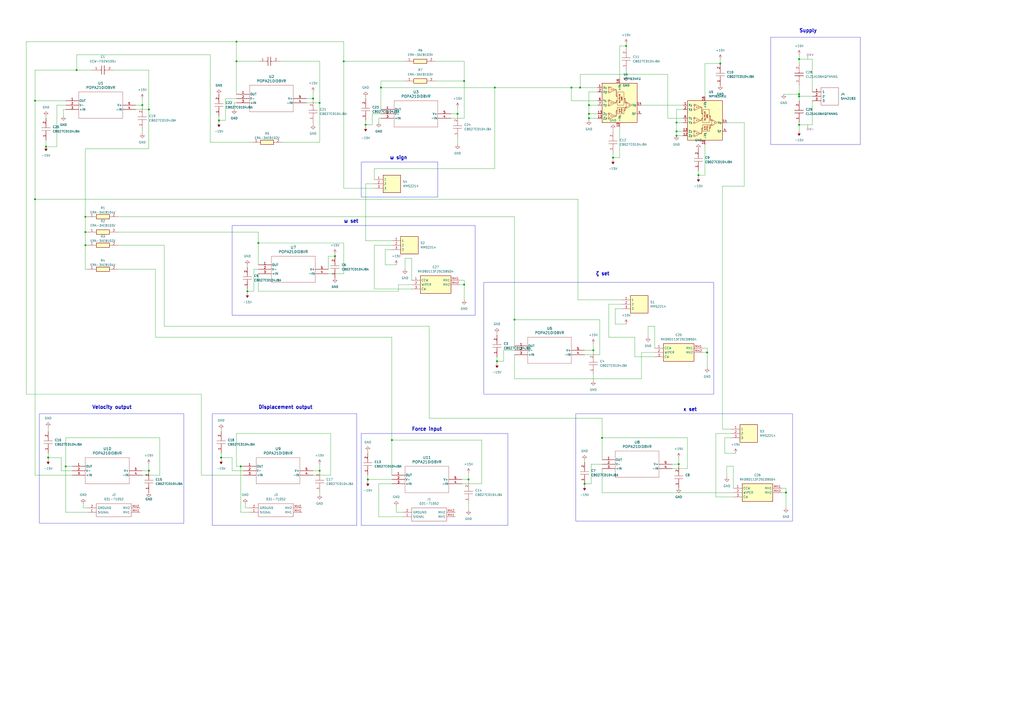
<source format=kicad_sch>
(kicad_sch (version 20230121) (generator eeschema)
  (paper "A2")
  (title_block (title "Electronic Duffing Oscillator") (date "January 2024") (rev "v 1.0") (company "University of Liège") (comment 1 "G. Raze") (comment 2 "CC BY 4.0 - https://creativecommons.org/licenses/by/4.0/"))
  (lib_symbols
    (symbol "031-71052:031-71052" (pin_names (offset 0.762))
      (property "Reference" "J" (at 26.67 7.62 0))
      (property "Value" "031-71052" (at 26.67 5.08 0))
      (symbol "031-71052_0_0"
        (pin passive line (at 0 -2.54 0) (length 5.08) (name "SIGNAL") (number "1"))
        (pin passive line (at 0 0 0) (length 5.08) (name "GROUND") (number "2"))
        (pin passive line (at 30.48 -2.54 180) (length 5.08) (name "MH1") (number "MH1"))
        (pin passive line (at 30.48 0 180) (length 5.08) (name "MH2") (number "MH2"))
      )
    )
    (symbol "2023-12-10_11-56-45:POPA210IDBVR" (pin_names (offset 0.254))
      (property "Reference" "U" (at 20.32 10.16 0))
      (property "Value" "POPA210IDBVR" (at 20.32 7.62 0))
      (symbol "POPA210IDBVR_0_1"
        (pin output line (at 0 0 0) (length 7.62) (name "OUT") (number "1"))
        (pin power_in line (at 0 -2.54 0) (length 7.62) (name "V-") (number "2"))
        (pin input line (at 0 -5.08 0) (length 7.62) (name "+IN") (number "3"))
        (pin input line (at 40.64 -5.08 180) (length 7.62) (name "-IN") (number "4"))
        (pin power_in line (at 40.64 -2.54 180) (length 7.62) (name "V+") (number "5"))
      )
    )
    (symbol "5442183:5442183" (pin_names (offset 0.762))
      (property "Reference" "J" (at 16.51 7.62 0))
      (property "Value" "5442183" (at 16.51 5.08 0))
      (symbol "5442183_0_0"
        (pin passive line (at 0 0 0) (length 5.08) (name "1") (number "1"))
        (pin passive line (at 0 -2.54 0) (length 5.08) (name "2") (number "2"))
        (pin passive line (at 0 -5.08 0) (length 5.08) (name "3") (number "3"))
      )
    )
    (symbol "Analog:MPY634KU"
      (property "Reference" "U" (at -10.16 13.97 0))
      (property "Value" "MPY634KU" (at 1.27 13.97 0))
      (symbol "MPY634KU_0_0"
        (text "+" (at -5.842 -5.207 0) (effects (font (size 0.635 0.635))))
        (text "+" (at -5.842 2.413 0) (effects (font (size 0.635 0.635))))
        (text "+" (at -5.715 10.033 0) (effects (font (size 0.635 0.635))))
        (text "+" (at 4.445 1.016 0) (effects (font (size 0.635 0.635))))
        (text "-" (at -5.842 -7.366 0) (effects (font (size 0.635 0.635))))
        (text "-" (at -5.842 0.254 0) (effects (font (size 0.635 0.635))))
        (text "-" (at -5.715 7.874 0) (effects (font (size 0.635 0.635))))
        (text "-" (at 4.445 -1.016 0) (effects (font (size 0.635 0.635))))
        (text "A" (at 5.588 0 0) (effects (font (size 0.635 0.635))))
        (text "V-I" (at -4.445 -6.35 0) (effects (font (size 0.635 0.635))))
        (text "V-I" (at -4.445 1.27 0) (effects (font (size 0.635 0.635))))
        (text "V-I" (at -4.318 8.89 0) (effects (font (size 0.635 0.635))))
      )
      (symbol "MPY634KU_1_0"
        (text "0.75" (at 0 -3.175 900) (effects (font (size 0.635 0.635))))
        (text "ATTEN" (at 1.27 -3.175 900) (effects (font (size 0.635 0.635))))
        (text "CORE" (at 1.27 3.81 900) (effects (font (size 0.635 0.635))))
        (text "MULTIPLIER" (at 0 3.81 900) (effects (font (size 0.635 0.635))))
      )
      (symbol "MPY634KU_1_1"
        (pin input line (at -12.7 10.16 0) (length 2.54) (name "X_{1}") (number "1"))
        (pin power_in line (at 0 -12.7 90) (length 2.54) (name "-V_{S}") (number "10"))
        (pin no_connect line (at 10.16 -2.54 180) (length 2.54) hide (name "NC") (number "11"))
        (pin input line (at -12.7 -7.62 0) (length 2.54) (name "Z_{2}") (number "12"))
        (pin input line (at -12.7 -5.08 0) (length 2.54) (name "Z_{1}") (number "13"))
        (pin output line (at 12.7 0 180) (length 2.54) (name "V_{O}") (number "14"))
        (pin no_connect line (at 10.16 -7.62 180) (length 2.54) hide (name "NC") (number "15"))
        (pin power_in line (at 0 15.24 270) (length 2.54) (name "+V_{S}") (number "16"))
        (pin input line (at -12.7 7.62 0) (length 2.54) (name "X_{2}") (number "2"))
        (pin no_connect line (at 10.16 10.16 180) (length 2.54) hide (name "NC") (number "3"))
        (pin passive line (at 12.7 -5.08 180) (length 2.54) (name "SF") (number "4"))
        (pin no_connect line (at 10.16 7.62 180) (length 2.54) hide (name "NC") (number "5"))
        (pin input line (at -12.7 2.54 0) (length 2.54) (name "Y_{1}") (number "6"))
        (pin input line (at -12.7 0 0) (length 2.54) (name "Y_{2}") (number "7"))
        (pin no_connect line (at 10.16 5.08 180) (length 2.54) hide (name "NC") (number "8"))
        (pin no_connect line (at 10.16 2.54 180) (length 2.54) hide (name "NC") (number "9"))
      )
    )
    (symbol "CB027C0104JBA:CB027C0104JBA" (pin_names (offset 0.762))
      (property "Reference" "C" (at 8.89 6.35 0))
      (property "Value" "CB027C0104JBA" (at 8.89 3.81 0))
      (symbol "CB027C0104JBA_0_0"
        (pin passive line (at 0 0 0) (length 5.08) (name "~") (number "1"))
        (pin passive line (at 12.7 0 180) (length 5.08) (name "~") (number "2"))
      )
    )
    (symbol "CL21A106KQFNNNG:CL21A106KQFNNNG" (pin_names hide)
      (property "Reference" "C" (at 8.89 6.35 0))
      (property "Value" "CL21A106KQFNNNG" (at 8.89 3.81 0))
      (symbol "CL21A106KQFNNNG_1_1"
        (pin passive line (at 0 0 0) (length 5.08) (name "1") (number "1"))
        (pin passive line (at 12.7 0 180) (length 5.08) (name "2") (number "2"))
      )
    )
    (symbol "ECW-FD2W105J:ECW-FD2W105J" (pin_names hide)
      (property "Reference" "C" (at 8.89 6.35 0))
      (property "Value" "ECW-FD2W105J" (at 8.89 3.81 0))
      (symbol "ECW-FD2W105J_1_1"
        (pin passive line (at 0 0 0) (length 5.08) (name "1") (number "1"))
        (pin passive line (at 12.7 0 180) (length 5.08) (name "2") (number "2"))
      )
    )
    (symbol "ERA-3AEB102V:ERA-3AEB102V" (pin_names hide)
      (property "Reference" "R" (at 13.97 6.35 0))
      (property "Value" "ERA-3AEB102V" (at 13.97 3.81 0))
      (symbol "ERA-3AEB102V_1_1"
        (pin passive line (at 0 0 0) (length 5.08) (name "1") (number "1"))
        (pin passive line (at 17.78 0 180) (length 5.08) (name "2") (number "2"))
      )
    )
    (symbol "ERA-3AEB103V:ERA-3AEB103V" (pin_names hide)
      (property "Reference" "R" (at 13.97 6.35 0))
      (property "Value" "ERA-3AEB103V" (at 13.97 3.81 0))
      (symbol "ERA-3AEB103V_1_1"
        (pin passive line (at 0 0 0) (length 5.08) (name "1") (number "1"))
        (pin passive line (at 17.78 0 180) (length 5.08) (name "2") (number "2"))
      )
    )
    (symbol "ERA-3AEB104V:ERA-3AEB104V" (pin_names hide)
      (property "Reference" "R" (at 13.97 6.35 0))
      (property "Value" "ERA-3AEB104V" (at 13.97 3.81 0))
      (symbol "ERA-3AEB104V_1_1"
        (pin passive line (at 0 0 0) (length 5.08) (name "1") (number "1"))
        (pin passive line (at 17.78 0 180) (length 5.08) (name "2") (number "2"))
      )
    )
    (symbol "MMS2214:MMS2214"
      (property "Reference" "S" (at 16.51 7.62 0))
      (property "Value" "MMS2214" (at 16.51 5.08 0))
      (symbol "MMS2214_1_1"
        (pin passive line (at 0 0 0) (length 5.08) (name "1") (number "1"))
        (pin passive line (at 0 -2.54 0) (length 5.08) (name "2") (number "2"))
        (pin passive line (at 0 -5.08 0) (length 5.08) (name "3") (number "3"))
      )
    )
    (symbol "RK09D113F25C0B504:RK09D113F25C0B504"
      (property "Reference" "C" (at 24.13 7.62 0))
      (property "Value" "RK09D113F25C0B504" (at 24.13 5.08 0))
      (symbol "RK09D113F25C0B504_1_1"
        (pin passive line (at 0 0 0) (length 5.08) (name "CCW") (number "1"))
        (pin passive line (at 0 -2.54 0) (length 5.08) (name "WIPER") (number "2"))
        (pin passive line (at 0 -5.08 0) (length 5.08) (name "CW") (number "3"))
        (pin passive line (at 27.94 0 180) (length 5.08) (name "MH1") (number "MH1"))
        (pin passive line (at 27.94 -2.54 180) (length 5.08) (name "MH2") (number "MH2"))
      )
    )
    (symbol "power:+15V" (power) (pin_names (offset 0))
      (property "Value" "+15V" (at 0 3.556 0))
      (symbol "+15V_1_1"
        (pin power_in line (at 0 0 90) (length 0) hide (name "+15V") (number "1"))
      )
    )
    (symbol "power:-15V" (power) (pin_names (offset 0))
      (property "Value" "-15V" (at 0 3.81 0))
      (symbol "-15V_0_0"
        (pin power_in line (at 0 0 90) (length 0) hide (name "-15V") (number "1"))
      )
    )
    (symbol "power:GND" (power) (pin_names (offset 0))
      (property "Value" "GND" (at 0 -3.81 0))
      (symbol "GND_1_1"
        (pin power_in line (at 0 0 270) (length 0) hide (name "GND") (number "1"))
      )
    )
  )
  (junction (at 298.45 185.42))
  (junction (at 38.1 270.51))
  (junction (at 341.63 60.96))
  (junction (at 86.36 63.5))
  (junction (at 82.55 60.96))
  (junction (at 341.63 66.04))
  (junction (at 227.33 255.27))
  (junction (at 185.42 273.05))
  (junction (at 463.55 55.88))
  (junction (at 220.98 50.8))
  (junction (at 410.21 204.47))
  (junction (at 143.51 168.91))
  (junction (at 405.13 101.6))
  (junction (at 27.94 265.43))
  (junction (at 199.39 35.56))
  (junction (at 463.55 34.29))
  (junction (at 349.25 254))
  (junction (at 185.42 59.69))
  (junction (at 128.27 265.43))
  (junction (at 392.43 78.74))
  (junction (at 417.83 36.83))
  (junction (at 355.6 91.44))
  (junction (at 339.09 280.67))
  (junction (at 20.32 115.57))
  (junction (at 288.29 209.55))
  (junction (at 455.93 285.75))
  (junction (at 269.24 46.99))
  (junction (at 269.24 165.1))
  (junction (at 271.78 278.13))
  (junction (at 213.36 278.13))
  (junction (at 392.43 76.2))
  (junction (at 336.55 50.8))
  (junction (at 137.16 24.13))
  (junction (at 392.43 71.12))
  (junction (at 463.55 54.61))
  (junction (at 26.67 85.09))
  (junction (at 212.09 72.39))
  (junction (at 393.7 269.24))
  (junction (at 194.31 148.59))
  (junction (at 44.45 40.64))
  (junction (at 127 69.85))
  (junction (at 265.43 66.04))
  (junction (at 86.36 273.05))
  (junction (at 49.53 125.73))
  (junction (at 181.61 57.15))
  (junction (at 463.55 72.39))
  (junction (at 20.32 58.42))
  (junction (at 363.22 26.67))
  (junction (at 344.17 203.2))
  (junction (at 139.7 270.51))
  (junction (at 287.02 50.8))
  (junction (at 49.53 142.24))
  (junction (at 137.16 35.56))
  (junction (at 49.53 134.62))
  (junction (at 341.63 68.58))
  (junction (at 331.47 50.8))
  (junction (at 149.86 140.97))
  (wire (pts (xy 212.09 106.68) (xy 212.09 139.7)))
  (wire (pts (xy 392.43 78.74) (xy 396.24 78.74)))
  (wire (pts (xy 353.06 195.58) (xy 368.3 195.58)))
  (wire (pts (xy 421.64 71.12) (xy 431.8 71.12)))
  (wire (pts (xy 144.78 294.64) (xy 142.24 294.64)))
  (wire (pts (xy 355.6 74.93) (xy 355.6 76.2)))
  (wire (pts (xy 349.25 285.75) (xy 349.25 271.78)))
  (wire (pts (xy 287.02 50.8) (xy 331.47 50.8)))
  (wire (pts (xy 130.81 57.15) (xy 130.81 69.85)))
  (wire (pts (xy 331.47 50.8) (xy 331.47 58.42)))
  (wire (pts (xy 128.27 262.89) (xy 128.27 265.43)))
  (wire (pts (xy 139.7 297.18) (xy 139.7 270.51)))
  (wire (pts (xy 375.92 189.23) (xy 375.92 195.58)))
  (wire (pts (xy 146.05 82.55) (xy 121.92 82.55)))
  (wire (pts (xy 194.31 147.32) (xy 194.31 148.59)))
  (wire (pts (xy 408.94 36.83) (xy 417.83 36.83)))
  (wire (pts (xy 191.77 275.59) (xy 191.77 251.46)))
  (wire (pts (xy 26.67 67.31) (xy 26.67 68.58)))
  (wire (pts (xy 360.68 173.99) (xy 335.28 173.99)))
  (wire (pts (xy 90.17 195.58) (xy 227.33 195.58)))
  (wire (pts (xy 49.53 134.62) (xy 49.53 142.24)))
  (wire (pts (xy 20.32 58.42) (xy 38.1 58.42)))
  (wire (pts (xy 220.98 68.58) (xy 219.71 68.58)))
  (wire (pts (xy 190.5 158.75) (xy 199.39 158.75)))
  (wire (pts (xy 78.74 63.5) (xy 86.36 63.5)))
  (wire (pts (xy 347.98 185.42) (xy 298.45 185.42)))
  (wire (pts (xy 134.62 265.43) (xy 134.62 273.05)))
  (wire (pts (xy 217.17 109.22) (xy 199.39 109.22)))
  (wire (pts (xy 229.87 293.37) (xy 229.87 297.18)))
  (wire (pts (xy 38.1 254) (xy 38.1 270.51)))
  (wire (pts (xy 181.61 71.12) (xy 181.61 72.39)))
  (wire (pts (xy 38.1 270.51) (xy 41.91 270.51)))
  (wire (pts (xy 339.09 203.2) (xy 344.17 203.2)))
  (wire (pts (xy 163.83 82.55) (xy 185.42 82.55)))
  (wire (pts (xy 49.53 156.21) (xy 50.8 156.21)))
  (wire (pts (xy 288.29 209.55) (xy 288.29 207.01)))
  (wire (pts (xy 144.78 297.18) (xy 139.7 297.18)))
  (wire (pts (xy 229.87 297.18) (xy 233.68 297.18)))
  (wire (pts (xy 431.8 107.95) (xy 431.8 71.12)))
  (wire (pts (xy 463.55 31.75) (xy 463.55 34.29)))
  (wire (pts (xy 463.55 55.88) (xy 463.55 58.42)))
  (wire (pts (xy 336.55 43.18) (xy 336.55 50.8)))
  (wire (pts (xy 471.17 53.34) (xy 471.17 34.29)))
  (wire (pts (xy 185.42 59.69) (xy 177.8 59.69)))
  (wire (pts (xy 408.94 83.82) (xy 408.94 101.6)))
  (wire (pts (xy 130.81 69.85) (xy 127 69.85)))
  (wire (pts (xy 233.68 299.72) (xy 219.71 299.72)))
  (wire (pts (xy 213.36 261.62) (xy 213.36 262.89)))
  (wire (pts (xy 265.43 62.23) (xy 265.43 66.04)))
  (wire (pts (xy 137.16 35.56) (xy 149.86 35.56)))
  (wire (pts (xy 68.58 156.21) (xy 90.17 156.21)))
  (wire (pts (xy 48.26 294.64) (xy 50.8 294.64)))
  (wire (pts (xy 33.02 60.96) (xy 33.02 85.09)))
  (wire (pts (xy 215.9 66.04) (xy 220.98 66.04)))
  (wire (pts (xy 415.29 251.46) (xy 415.29 288.29)))
  (wire (pts (xy 421.64 270.51) (xy 425.45 270.51)))
  (wire (pts (xy 426.72 262.89) (xy 420.37 262.89)))
  (wire (pts (xy 349.25 285.75) (xy 425.45 285.75)))
  (wire (pts (xy 266.7 162.56) (xy 269.24 162.56)))
  (wire (pts (xy 36.83 63.5) (xy 36.83 67.31)))
  (wire (pts (xy 455.93 285.75) (xy 455.93 294.64)))
  (wire (pts (xy 463.55 72.39) (xy 463.55 76.2)))
  (wire (pts (xy 137.16 35.56) (xy 137.16 54.61)))
  (wire (pts (xy 149.86 140.97) (xy 149.86 153.67)))
  (wire (pts (xy 149.86 134.62) (xy 149.86 140.97)))
  (wire (pts (xy 234.95 149.86) (xy 238.76 149.86)))
  (wire (pts (xy 419.1 248.92) (xy 424.18 248.92)))
  (wire (pts (xy 220.98 50.8) (xy 287.02 50.8)))
  (wire (pts (xy 279.4 280.67) (xy 279.4 255.27)))
  (wire (pts (xy 86.36 269.24) (xy 86.36 273.05)))
  (wire (pts (xy 95.25 142.24) (xy 95.25 189.23)))
  (wire (pts (xy 356.87 179.07) (xy 360.68 179.07)))
  (wire (pts (xy 346.71 53.34) (xy 341.63 53.34)))
  (wire (pts (xy 410.21 201.93) (xy 410.21 204.47)))
  (wire (pts (xy 82.55 74.93) (xy 82.55 77.47)))
  (wire (pts (xy 463.55 71.12) (xy 463.55 72.39)))
  (wire (pts (xy 266.7 165.1) (xy 269.24 165.1)))
  (wire (pts (xy 38.1 63.5) (xy 36.83 63.5)))
  (wire (pts (xy 265.43 67.31) (xy 265.43 66.04)))
  (wire (pts (xy 140.97 273.05) (xy 134.62 273.05)))
  (wire (pts (xy 127 69.85) (xy 127 71.12)))
  (wire (pts (xy 269.24 68.58) (xy 269.24 46.99)))
  (wire (pts (xy 269.24 165.1) (xy 269.24 173.99)))
  (wire (pts (xy 393.7 265.43) (xy 393.7 269.24)))
  (wire (pts (xy 147.32 168.91) (xy 143.51 168.91)))
  (wire (pts (xy 344.17 220.98) (xy 344.17 217.17)))
  (wire (pts (xy 82.55 275.59) (xy 92.71 275.59)))
  (wire (pts (xy 356.87 187.96) (xy 356.87 179.07)))
  (wire (pts (xy 68.58 142.24) (xy 95.25 142.24)))
  (wire (pts (xy 86.36 40.64) (xy 86.36 63.5)))
  (wire (pts (xy 265.43 83.82) (xy 265.43 80.01)))
  (wire (pts (xy 463.55 49.53) (xy 463.55 54.61)))
  (wire (pts (xy 341.63 53.34) (xy 341.63 60.96)))
  (wire (pts (xy 420.37 262.89) (xy 420.37 254)))
  (wire (pts (xy 143.51 168.91) (xy 143.51 170.18)))
  (wire (pts (xy 407.67 201.93) (xy 410.21 201.93)))
  (wire (pts (xy 267.97 280.67) (xy 279.4 280.67)))
  (wire (pts (xy 339.09 280.67) (xy 339.09 281.94)))
  (wire (pts (xy 48.26 292.1) (xy 48.26 294.64)))
  (wire (pts (xy 387.35 43.18) (xy 387.35 68.58)))
  (wire (pts (xy 341.63 68.58) (xy 346.71 68.58)))
  (wire (pts (xy 355.6 91.44) (xy 355.6 92.71)))
  (wire (pts (xy 375.92 189.23) (xy 379.73 189.23)))
  (wire (pts (xy 238.76 149.86) (xy 238.76 162.56)))
  (wire (pts (xy 217.17 142.24) (xy 217.17 167.64)))
  (wire (pts (xy 199.39 35.56) (xy 234.95 35.56)))
  (wire (pts (xy 424.18 251.46) (xy 415.29 251.46)))
  (wire (pts (xy 339.09 266.7) (xy 339.09 267.97)))
  (wire (pts (xy 139.7 270.51) (xy 140.97 270.51)))
  (wire (pts (xy 50.8 134.62) (xy 49.53 134.62)))
  (wire (pts (xy 90.17 156.21) (xy 90.17 195.58)))
  (wire (pts (xy 217.17 97.79) (xy 217.17 104.14)))
  (wire (pts (xy 27.94 262.89) (xy 27.94 265.43)))
  (wire (pts (xy 137.16 24.13) (xy 137.16 35.56)))
  (wire (pts (xy 142.24 294.64) (xy 142.24 292.1)))
  (wire (pts (xy 349.25 254) (xy 349.25 266.7)))
  (wire (pts (xy 392.43 76.2) (xy 392.43 78.74)))
  (wire (pts (xy 135.89 59.69) (xy 137.16 59.69)))
  (wire (pts (xy 121.92 31.75) (xy 44.45 31.75)))
  (wire (pts (xy 298.45 185.42) (xy 298.45 200.66)))
  (wire (pts (xy 137.16 251.46) (xy 137.16 270.51)))
  (wire (pts (xy 392.43 71.12) (xy 392.43 76.2)))
  (wire (pts (xy 398.78 254) (xy 349.25 254)))
  (wire (pts (xy 27.94 265.43) (xy 27.94 266.7)))
  (wire (pts (xy 463.55 54.61) (xy 463.55 55.88)))
  (wire (pts (xy 252.73 35.56) (xy 269.24 35.56)))
  (wire (pts (xy 177.8 57.15) (xy 181.61 57.15)))
  (wire (pts (xy 408.94 101.6) (xy 405.13 101.6)))
  (wire (pts (xy 219.71 280.67) (xy 227.33 280.67)))
  (wire (pts (xy 199.39 35.56) (xy 199.39 109.22)))
  (wire (pts (xy 213.36 275.59) (xy 213.36 278.13)))
  (wire (pts (xy 20.32 115.57) (xy 335.28 115.57)))
  (wire (pts (xy 392.43 63.5) (xy 392.43 71.12)))
  (wire (pts (xy 116.84 275.59) (xy 140.97 275.59)))
  (wire (pts (xy 20.32 40.64) (xy 20.32 58.42)))
  (wire (pts (xy 292.1 209.55) (xy 288.29 209.55)))
  (wire (pts (xy 86.36 63.5) (xy 86.36 86.36)))
  (wire (pts (xy 127 67.31) (xy 127 69.85)))
  (wire (pts (xy 454.66 54.61) (xy 463.55 54.61)))
  (wire (pts (xy 128.27 248.92) (xy 128.27 250.19)))
  (wire (pts (xy 66.04 40.64) (xy 86.36 40.64)))
  (wire (pts (xy 393.7 270.51) (xy 393.7 269.24)))
  (wire (pts (xy 353.06 176.53) (xy 353.06 195.58)))
  (wire (pts (xy 181.61 275.59) (xy 191.77 275.59)))
  (wire (pts (xy 359.41 73.66) (xy 359.41 91.44)))
  (wire (pts (xy 471.17 55.88) (xy 463.55 55.88)))
  (wire (pts (xy 181.61 58.42) (xy 181.61 57.15)))
  (wire (pts (xy 420.37 254) (xy 424.18 254)))
  (wire (pts (xy 44.45 31.75) (xy 44.45 40.64)))
  (wire (pts (xy 15.24 24.13) (xy 15.24 228.6)))
  (wire (pts (xy 147.32 156.21) (xy 147.32 168.91)))
  (wire (pts (xy 223.52 153.67) (xy 223.52 144.78)))
  (wire (pts (xy 298.45 203.2) (xy 292.1 203.2)))
  (wire (pts (xy 181.61 273.05) (xy 185.42 273.05)))
  (wire (pts (xy 217.17 106.68) (xy 212.09 106.68)))
  (wire (pts (xy 288.29 209.55) (xy 288.29 210.82)))
  (wire (pts (xy 223.52 144.78) (xy 227.33 144.78)))
  (wire (pts (xy 342.9 280.67) (xy 339.09 280.67)))
  (wire (pts (xy 415.29 288.29) (xy 425.45 288.29)))
  (wire (pts (xy 137.16 24.13) (xy 199.39 24.13)))
  (wire (pts (xy 341.63 60.96) (xy 341.63 66.04)))
  (wire (pts (xy 41.91 275.59) (xy 20.32 275.59)))
  (wire (pts (xy 227.33 255.27) (xy 227.33 275.59)))
  (wire (pts (xy 292.1 203.2) (xy 292.1 209.55)))
  (wire (pts (xy 341.63 66.04) (xy 346.71 66.04)))
  (wire (pts (xy 213.36 278.13) (xy 227.33 278.13)))
  (wire (pts (xy 347.98 205.74) (xy 347.98 185.42)))
  (wire (pts (xy 355.6 88.9) (xy 355.6 91.44)))
  (wire (pts (xy 410.21 204.47) (xy 410.21 213.36)))
  (wire (pts (xy 279.4 255.27) (xy 227.33 255.27)))
  (wire (pts (xy 162.56 35.56) (xy 185.42 35.56)))
  (wire (pts (xy 349.25 269.24) (xy 342.9 269.24)))
  (wire (pts (xy 26.67 81.28) (xy 26.67 85.09)))
  (wire (pts (xy 405.13 99.06) (xy 405.13 101.6)))
  (wire (pts (xy 68.58 134.62) (xy 149.86 134.62)))
  (wire (pts (xy 82.55 57.15) (xy 82.55 60.96)))
  (wire (pts (xy 271.78 292.1) (xy 271.78 295.91)))
  (wire (pts (xy 346.71 60.96) (xy 341.63 60.96)))
  (wire (pts (xy 344.17 199.39) (xy 344.17 203.2)))
  (wire (pts (xy 149.86 168.91) (xy 149.86 158.75)))
  (wire (pts (xy 227.33 195.58) (xy 227.33 255.27)))
  (wire (pts (xy 135.89 59.69) (xy 135.89 63.5)))
  (wire (pts (xy 425.45 270.51) (xy 425.45 283.21)))
  (wire (pts (xy 20.32 58.42) (xy 20.32 115.57)))
  (wire (pts (xy 50.8 297.18) (xy 38.1 297.18)))
  (wire (pts (xy 359.41 91.44) (xy 355.6 91.44)))
  (wire (pts (xy 121.92 31.75) (xy 121.92 82.55)))
  (wire (pts (xy 27.94 265.43) (xy 35.56 265.43)))
  (wire (pts (xy 49.53 86.36) (xy 49.53 125.73)))
  (wire (pts (xy 49.53 125.73) (xy 49.53 134.62)))
  (wire (pts (xy 335.28 173.99) (xy 335.28 115.57)))
  (wire (pts (xy 372.11 60.96) (xy 396.24 60.96)))
  (wire (pts (xy 252.73 46.99) (xy 269.24 46.99)))
  (wire (pts (xy 82.55 273.05) (xy 86.36 273.05)))
  (wire (pts (xy 215.9 66.04) (xy 215.9 72.39)))
  (wire (pts (xy 49.53 142.24) (xy 50.8 142.24)))
  (wire (pts (xy 455.93 283.21) (xy 455.93 285.75)))
  (wire (pts (xy 44.45 40.64) (xy 53.34 40.64)))
  (wire (pts (xy 199.39 140.97) (xy 149.86 140.97)))
  (wire (pts (xy 267.97 278.13) (xy 271.78 278.13)))
  (wire (pts (xy 261.62 66.04) (xy 265.43 66.04)))
  (wire (pts (xy 298.45 219.71) (xy 298.45 205.74)))
  (wire (pts (xy 38.1 254) (xy 92.71 254)))
  (wire (pts (xy 336.55 43.18) (xy 387.35 43.18)))
  (wire (pts (xy 360.68 176.53) (xy 353.06 176.53)))
  (wire (pts (xy 368.3 195.58) (xy 368.3 207.01)))
  (wire (pts (xy 234.95 149.86) (xy 234.95 156.21)))
  (wire (pts (xy 336.55 50.8) (xy 346.71 50.8)))
  (wire (pts (xy 408.94 36.83) (xy 408.94 55.88)))
  (wire (pts (xy 190.5 156.21) (xy 190.5 148.59)))
  (wire (pts (xy 396.24 71.12) (xy 392.43 71.12)))
  (wire (pts (xy 217.17 167.64) (xy 238.76 167.64)))
  (wire (pts (xy 199.39 24.13) (xy 199.39 35.56)))
  (wire (pts (xy 68.58 125.73) (xy 298.45 125.73)))
  (wire (pts (xy 33.02 85.09) (xy 26.67 85.09)))
  (wire (pts (xy 185.42 285.75) (xy 185.42 287.02)))
  (wire (pts (xy 33.02 60.96) (xy 38.1 60.96)))
  (wire (pts (xy 143.51 154.94) (xy 143.51 153.67)))
  (wire (pts (xy 35.56 273.05) (xy 41.91 273.05)))
  (wire (pts (xy 349.25 242.57) (xy 349.25 254)))
  (wire (pts (xy 288.29 193.04) (xy 288.29 194.31)))
  (wire (pts (xy 269.24 35.56) (xy 269.24 46.99)))
  (wire (pts (xy 453.39 283.21) (xy 455.93 283.21)))
  (wire (pts (xy 212.09 72.39) (xy 212.09 73.66)))
  (wire (pts (xy 419.1 107.95) (xy 431.8 107.95)))
  (wire (pts (xy 331.47 50.8) (xy 336.55 50.8)))
  (wire (pts (xy 417.83 34.29) (xy 417.83 36.83)))
  (wire (pts (xy 20.32 115.57) (xy 20.32 275.59)))
  (wire (pts (xy 35.56 265.43) (xy 35.56 273.05)))
  (wire (pts (xy 185.42 269.24) (xy 185.42 273.05)))
  (wire (pts (xy 359.41 45.72) (xy 359.41 26.67)))
  (wire (pts (xy 219.71 280.67) (xy 219.71 299.72)))
  (wire (pts (xy 27.94 247.65) (xy 27.94 250.19)))
  (wire (pts (xy 271.78 274.32) (xy 271.78 278.13)))
  (wire (pts (xy 453.39 285.75) (xy 455.93 285.75)))
  (wire (pts (xy 342.9 269.24) (xy 342.9 280.67)))
  (wire (pts (xy 346.71 58.42) (xy 331.47 58.42)))
  (wire (pts (xy 49.53 142.24) (xy 49.53 156.21)))
  (wire (pts (xy 82.55 62.23) (xy 82.55 60.96)))
  (wire (pts (xy 344.17 204.47) (xy 344.17 203.2)))
  (wire (pts (xy 287.02 50.8) (xy 287.02 97.79)))
  (wire (pts (xy 363.22 187.96) (xy 356.87 187.96)))
  (wire (pts (xy 219.71 68.58) (xy 219.71 71.12)))
  (wire (pts (xy 379.73 189.23) (xy 379.73 201.93)))
  (wire (pts (xy 185.42 82.55) (xy 185.42 59.69)))
  (wire (pts (xy 139.7 270.51) (xy 137.16 270.51)))
  (wire (pts (xy 339.09 205.74) (xy 347.98 205.74)))
  (wire (pts (xy 471.17 58.42) (xy 471.17 72.39)))
  (wire (pts (xy 213.36 278.13) (xy 213.36 279.4)))
  (wire (pts (xy 149.86 168.91) (xy 231.14 168.91)))
  (wire (pts (xy 363.22 40.64) (xy 363.22 44.45)))
  (wire (pts (xy 363.22 26.67) (xy 363.22 27.94)))
  (wire (pts (xy 149.86 156.21) (xy 147.32 156.21)))
  (wire (pts (xy 231.14 165.1) (xy 238.76 165.1)))
  (wire (pts (xy 50.8 125.73) (xy 49.53 125.73)))
  (wire (pts (xy 372.11 219.71) (xy 298.45 219.71)))
  (wire (pts (xy 405.13 101.6) (xy 405.13 102.87)))
  (wire (pts (xy 421.64 270.51) (xy 421.64 276.86)))
  (wire (pts (xy 298.45 125.73) (xy 298.45 185.42)))
  (wire (pts (xy 231.14 168.91) (xy 231.14 165.1)))
  (wire (pts (xy 419.1 248.92) (xy 419.1 107.95)))
  (wire (pts (xy 341.63 66.04) (xy 341.63 68.58)))
  (wire (pts (xy 20.32 40.64) (xy 44.45 40.64)))
  (wire (pts (xy 398.78 271.78) (xy 398.78 254)))
  (wire (pts (xy 407.67 204.47) (xy 410.21 204.47)))
  (wire (pts (xy 212.09 139.7) (xy 227.33 139.7)))
  (wire (pts (xy 137.16 57.15) (xy 130.81 57.15)))
  (wire (pts (xy 389.89 271.78) (xy 398.78 271.78)))
  (wire (pts (xy 220.98 46.99) (xy 220.98 50.8)))
  (wire (pts (xy 248.92 242.57) (xy 248.92 189.23)))
  (wire (pts (xy 95.25 189.23) (xy 248.92 189.23)))
  (wire (pts (xy 368.3 207.01) (xy 379.73 207.01)))
  (wire (pts (xy 212.09 69.85) (xy 212.09 72.39)))
  (wire (pts (xy 234.95 46.99) (xy 220.98 46.99)))
  (wire (pts (xy 220.98 50.8) (xy 220.98 63.5)))
  (wire (pts (xy 248.92 242.57) (xy 349.25 242.57)))
  (wire (pts (xy 387.35 68.58) (xy 396.24 68.58)))
  (wire (pts (xy 215.9 72.39) (xy 212.09 72.39)))
  (wire (pts (xy 190.5 148.59) (xy 194.31 148.59)))
  (wire (pts (xy 49.53 86.36) (xy 86.36 86.36)))
  (wire (pts (xy 463.55 34.29) (xy 463.55 36.83)))
  (wire (pts (xy 261.62 68.58) (xy 269.24 68.58)))
  (wire (pts (xy 217.17 97.79) (xy 287.02 97.79)))
  (wire (pts (xy 363.22 25.4) (xy 363.22 26.67)))
  (wire (pts (xy 92.71 275.59) (xy 92.71 254)))
  (wire (pts (xy 271.78 278.13) (xy 271.78 279.4)))
  (wire (pts (xy 191.77 251.46) (xy 137.16 251.46)))
  (wire (pts (xy 38.1 270.51) (xy 38.1 297.18)))
  (wire (pts (xy 15.24 24.13) (xy 137.16 24.13)))
  (wire (pts (xy 199.39 158.75) (xy 199.39 140.97)))
  (wire (pts (xy 78.74 60.96) (xy 82.55 60.96)))
  (wire (pts (xy 341.63 68.58) (xy 341.63 69.85)))
  (wire (pts (xy 372.11 204.47) (xy 379.73 204.47)))
  (wire (pts (xy 372.11 219.71) (xy 372.11 204.47)))
  (wire (pts (xy 471.17 72.39) (xy 463.55 72.39)))
  (wire (pts (xy 396.24 76.2) (xy 392.43 76.2)))
  (wire (pts (xy 143.51 167.64) (xy 143.51 168.91)))
  (wire (pts (xy 15.24 228.6) (xy 116.84 228.6)))
  (wire (pts (xy 217.17 142.24) (xy 227.33 142.24)))
  (wire (pts (xy 185.42 35.56) (xy 185.42 59.69)))
  (wire (pts (xy 396.24 63.5) (xy 392.43 63.5)))
  (wire (pts (xy 471.17 34.29) (xy 463.55 34.29)))
  (wire (pts (xy 116.84 228.6) (xy 116.84 275.59)))
  (wire (pts (xy 134.62 265.43) (xy 128.27 265.43)))
  (wire (pts (xy 229.87 153.67) (xy 223.52 153.67)))
  (wire (pts (xy 212.09 55.88) (xy 212.09 57.15)))
  (wire (pts (xy 181.61 53.34) (xy 181.61 57.15)))
  (wire (pts (xy 359.41 26.67) (xy 363.22 26.67)))
  (wire (pts (xy 128.27 265.43) (xy 128.27 266.7)))
  (wire (pts (xy 269.24 162.56) (xy 269.24 165.1)))
  (wire (pts (xy 389.89 269.24) (xy 393.7 269.24)))
  (rectangle (start 22.86 240.03) (end 106.68 303.53))
  (rectangle (start 209.55 93.98) (end 254 114.3))
  (rectangle (start 280.67 163.83) (end 414.02 228.6))
  (rectangle (start 134.62 130.81) (end 275.59 182.88))
  (rectangle (start 334.01 240.03) (end 459.74 302.26))
  (rectangle (start 123.19 240.03) (end 207.01 304.8))
  (rectangle (start 209.55 251.46) (end 294.64 304.8))
  (rectangle (start 447.04 21.59) (end 499.11 83.82))
  (text "ω set" (at 199.39 129.54 0) (effects (font (size 2 2) (thickness 0.4) bold) (justify left bottom)))
  (text "κ set" (at 396.24 238.76 0) (effects (font (size 2 2) (thickness 0.4) bold) (justify left bottom)))
  (text "ω sign" (at 226.06 92.71 0) (effects (font (size 2 2) (thickness 0.4) bold) (justify left bottom)))
  (text "Force input" (at 238.76 250.19 0) (effects (font (size 2 2) (thickness 0.4) bold) (justify left bottom)))
  (text "ζ set" (at 345.44 160.02 0) (effects (font (size 2 2) (thickness 0.4) bold) (justify left bottom)))
  (text "Supply" (at 463.55 19.05 0) (effects (font (size 2 2) (thickness 0.4) bold) (justify left bottom)))
  (text "Displacement output" (at 149.86 237.49 0) (effects (font (size 2 2) (thickness 0.4) bold) (justify left bottom)))
  (text "Velocity output" (at 53.34 237.49 0) (effects (font (size 2 2) (thickness 0.4) bold) (justify left bottom)))
  (netclass_flag "" (length 2.54) (shape round) (at 468.63 34.29 0) (property "Netclass" "V+" (at 469.3285 31.75 0) (effects (font italic) (justify left))))
  (netclass_flag "" (length 2.54) (shape round) (at 468.63 72.39 180) (property "Netclass" "V-" (at 469.3285 74.93 0) (effects (font italic) (justify left))))
  (symbol (lib_id "power:+15V") (at 229.87 153.67 0) (unit 1)
    (property "Reference" "#PWR060" (effects hide))
    (property "Value" "+15V" (at 229.87 148.59 0))
  )
  (symbol (lib_id "power:GND") (at 194.31 161.29 0) (unit 1)
    (property "Reference" "#PWR035" (effects hide))
    (property "Value" "GND" (at 194.31 166.37 0))
  )
  (symbol (lib_id "Analog:MPY634KU") (at 408.94 71.12 0) (unit 1)
    (property "Reference" "U5" (at 411.1341 53.34 0) (effects (justify left)))
    (property "Value" "MPY634KU" (at 411.1341 55.88 0) (effects (justify left)))
    (property "Footprint" "Package_SO:SOIC-16W_7.5x10.3mm_P1.27mm" (effects hide))
    (property "Datasheet" "http://www.ti.com/lit/ds/symlink/mpy634.pdf" (effects hide))
  )
  (symbol (lib_id "CB027C0104JBA:CB027C0104JBA") (at 212.09 69.85 90) (unit 1)
    (property "Reference" "C23" (at 215.9 62.23 90) (effects (justify right)))
    (property "Value" "CB027C0104JBA" (at 215.9 64.77 90) (effects (justify right)))
    (property "Footprint" "CAPC3325X230N" (effects hide))
    (property "Datasheet" "http://datasheets.avx.com/cb-pen.pdf" (effects hide))
    (property "Description" "AVX - CB027C0104JBA - CAP, 0.1F, 25V, 5%, PEN, 1210, SMD" (effects hide))
    (property "Height" "2.3" (effects hide))
    (property "Mouser Part Number" "581-CB027C0104JBA" (effects hide))
    (property "Mouser Price/Stock" "https://www.mouser.co.uk/ProductDetail/AVX/CB027C0104JBA/?qs=UXhlerwTV6T%2FhDOqaizVKA%3D%3D" (effects hide))
    (property "Manufacturer_Name" "AVX" (effects hide))
    (property "Manufacturer_Part_Number" "CB027C0104JBA" (effects hide))
  )
  (symbol (lib_id "ERA-3AEB103V:ERA-3AEB103V") (at 234.95 46.99 0) (unit 1)
    (property "Reference" "R7" (at 243.84 40.64 0))
    (property "Value" "ERA-3AEB103V" (at 243.84 43.18 0))
    (property "Footprint" "ERA3AEB101V" (effects hide))
    (property "Datasheet" "https://industrial.panasonic.com/cdbs/www-data/pdf/RDM0000/AOA0000C307.pdf" (effects hide))
    (property "Height" "0.55" (effects hide))
    (property "Mouser Part Number" "667-ERA-3AEB103V" (effects hide))
    (property "Mouser Price/Stock" "https://www.mouser.co.uk/ProductDetail/Panasonic/ERA-3AEB103V?qs=1VWA5LkbEaprA2zo9bMIGA%3D%3D" (effects hide))
    (property "Manufacturer_Name" "Panasonic" (effects hide))
    (property "Manufacturer_Part_Number" "ERA-3AEB103V" (effects hide))
  )
  (symbol (lib_id "CB027C0104JBA:CB027C0104JBA") (at 127 67.31 90) (unit 1)
    (property "Reference" "C22" (at 130.81 59.69 90) (effects (justify right)))
    (property "Value" "CB027C0104JBA" (at 130.81 62.23 90) (effects (justify right)))
    (property "Footprint" "CAPC3325X230N" (effects hide))
    (property "Datasheet" "http://datasheets.avx.com/cb-pen.pdf" (effects hide))
    (property "Description" "AVX - CB027C0104JBA - CAP, 0.1F, 25V, 5%, PEN, 1210, SMD" (effects hide))
    (property "Height" "2.3" (effects hide))
    (property "Mouser Part Number" "581-CB027C0104JBA" (effects hide))
    (property "Mouser Price/Stock" "https://www.mouser.co.uk/ProductDetail/AVX/CB027C0104JBA/?qs=UXhlerwTV6T%2FhDOqaizVKA%3D%3D" (effects hide))
    (property "Manufacturer_Name" "AVX" (effects hide))
    (property "Manufacturer_Part_Number" "CB027C0104JBA" (effects hide))
  )
  (symbol (lib_id "CB027C0104JBA:CB027C0104JBA") (at 363.22 40.64 90) (unit 1)
    (property "Reference" "C11" (at 367.03 33.02 90) (effects (justify right)))
    (property "Value" "CB027C0104JBA" (at 367.03 35.56 90) (effects (justify right)))
    (property "Footprint" "CAPC3325X230N" (effects hide))
    (property "Datasheet" "http://datasheets.avx.com/cb-pen.pdf" (effects hide))
    (property "Description" "AVX - CB027C0104JBA - CAP, 0.1F, 25V, 5%, PEN, 1210, SMD" (effects hide))
    (property "Height" "2.3" (effects hide))
    (property "Mouser Part Number" "581-CB027C0104JBA" (effects hide))
    (property "Mouser Price/Stock" "https://www.mouser.co.uk/ProductDetail/AVX/CB027C0104JBA/?qs=UXhlerwTV6T%2FhDOqaizVKA%3D%3D" (effects hide))
    (property "Manufacturer_Name" "AVX" (effects hide))
    (property "Manufacturer_Part_Number" "CB027C0104JBA" (effects hide))
  )
  (symbol (lib_id "power:-15V") (at 355.6 92.71 180) (unit 1)
    (property "Reference" "#PWR039" (effects hide))
    (property "Value" "-15V" (at 355.6 97.79 0))
  )
  (symbol (lib_id "power:+15V") (at 393.7 265.43 0) (unit 1)
    (property "Reference" "#PWR019" (effects hide))
    (property "Value" "+15V" (at 393.7 260.35 0))
  )
  (symbol (lib_id "power:-15V") (at 127 71.12 180) (unit 1)
    (property "Reference" "#PWR037" (effects hide))
    (property "Value" "-15V" (at 127 76.2 0))
  )
  (symbol (lib_id "power:-15V") (at 463.55 76.2 180) (unit 1)
    (property "Reference" "#PWR056" (effects hide))
    (property "Value" "-15V" (at 463.55 81.28 0))
  )
  (symbol (lib_id "CB027C0104JBA:CB027C0104JBA") (at 26.67 81.28 90) (unit 1)
    (property "Reference" "C20" (at 30.48 73.66 90) (effects (justify right)))
    (property "Value" "CB027C0104JBA" (at 30.48 76.2 90) (effects (justify right)))
    (property "Footprint" "CAPC3325X230N" (effects hide))
    (property "Datasheet" "http://datasheets.avx.com/cb-pen.pdf" (effects hide))
    (property "Description" "AVX - CB027C0104JBA - CAP, 0.1F, 25V, 5%, PEN, 1210, SMD" (effects hide))
    (property "Height" "2.3" (effects hide))
    (property "Mouser Part Number" "581-CB027C0104JBA" (effects hide))
    (property "Mouser Price/Stock" "https://www.mouser.co.uk/ProductDetail/AVX/CB027C0104JBA/?qs=UXhlerwTV6T%2FhDOqaizVKA%3D%3D" (effects hide))
    (property "Manufacturer_Name" "AVX" (effects hide))
    (property "Manufacturer_Part_Number" "CB027C0104JBA" (effects hide))
  )
  (symbol (lib_id "RK09D113F25C0B504:RK09D113F25C0B504") (at 238.76 162.56 0) (unit 1)
    (property "Reference" "C27" (at 252.73 154.94 0))
    (property "Value" "RK09D113F25C0B504" (at 252.73 157.48 0))
    (property "Footprint" "RK09D113F25C0B504" (effects hide))
    (property "Datasheet" "https://www.google.com/url?sa=t&rct=j&q=&esrc=s&source=web&cd=&ved=2ahUKEwjZ4p3nqJP2AhUPHxoKHa9WDbsQFnoECAkQAQ&url=https%3A%2F%2Ftech.alpsalpine.com%2Fprod%2Fe%2Fpdf%2Fpotentiometer%2Frotarypotentiometers%2Frk09k%2Frk09k.pdf&usg=AOvVaw1V8Li5X_BevBLehA-3mp" (effects hide))
    (property "Height" "25" (effects hide))
    (property "Mouser Part Number" "688-RK09D113F25-500K" (effects hide))
    (property "Mouser Price/Stock" "https://www.mouser.co.uk/ProductDetail/Alps-Alpine/RK09D113F25C0B504?qs=7Sb4WzetO8%252B4m0Y%252B8hcNJw%3D%3D" (effects hide))
    (property "Manufacturer_Name" "ALPS Electric" (effects hide))
    (property "Manufacturer_Part_Number" "RK09D113F25C0B504" (effects hide))
  )
  (symbol (lib_id "power:GND") (at 128.27 248.92 180) (unit 1)
    (property "Reference" "#PWR022" (effects hide))
    (property "Value" "GND" (at 128.27 243.84 0))
  )
  (symbol (lib_id "CB027C0104JBA:CB027C0104JBA") (at 82.55 74.93 90) (unit 1)
    (property "Reference" "C19" (at 86.36 67.31 90) (effects (justify right)))
    (property "Value" "CB027C0104JBA" (at 86.36 69.85 90) (effects (justify right)))
    (property "Footprint" "CAPC3325X230N" (effects hide))
    (property "Datasheet" "http://datasheets.avx.com/cb-pen.pdf" (effects hide))
    (property "Description" "AVX - CB027C0104JBA - CAP, 0.1F, 25V, 5%, PEN, 1210, SMD" (effects hide))
    (property "Height" "2.3" (effects hide))
    (property "Mouser Part Number" "581-CB027C0104JBA" (effects hide))
    (property "Mouser Price/Stock" "https://www.mouser.co.uk/ProductDetail/AVX/CB027C0104JBA/?qs=UXhlerwTV6T%2FhDOqaizVKA%3D%3D" (effects hide))
    (property "Manufacturer_Name" "AVX" (effects hide))
    (property "Manufacturer_Part_Number" "CB027C0104JBA" (effects hide))
  )
  (symbol (lib_id "CL21A106KQFNNNG:CL21A106KQFNNNG") (at 463.55 71.12 90) (unit 1)
    (property "Reference" "C29" (at 467.36 63.5 90) (effects (justify right)))
    (property "Value" "CL21A106KQFNNNG" (at 467.36 66.04 90) (effects (justify right)))
    (property "Footprint" "CAPC2012X135N" (effects hide))
    (property "Datasheet" "https://octopart.com/cl21a106kpfnnne-samsung-9301557?gclid=EAIaIQobChMIppmoo53d5wIV14XVCh0LRA8uEAAYAiAAEgJJyPD_BwE" (effects hide))
    (property "Height" "1.35" (effects hide))
    (property "Mouser Part Number" "187-CL21A106KQFNNNG" (effects hide))
    (property "Mouser Price/Stock" "https://www.mouser.co.uk/ProductDetail/Samsung-Electro-Mechanics/CL21A106KQFNNNG?qs=hqM3L16%252Bxle4yU%252BqidqWig%3D%3D" (effects hide))
    (property "Manufacturer_Name" "SAMSUNG" (effects hide))
    (property "Manufacturer_Part_Number" "CL21A106KQFNNNG" (effects hide))
  )
  (symbol (lib_id "CB027C0104JBA:CB027C0104JBA") (at 27.94 262.89 90) (unit 1)
    (property "Reference" "C16" (at 31.75 255.27 90) (effects (justify right)))
    (property "Value" "CB027C0104JBA" (at 31.75 257.81 90) (effects (justify right)))
    (property "Footprint" "CAPC3325X230N" (effects hide))
    (property "Datasheet" "http://datasheets.avx.com/cb-pen.pdf" (effects hide))
    (property "Description" "AVX - CB027C0104JBA - CAP, 0.1F, 25V, 5%, PEN, 1210, SMD" (effects hide))
    (property "Height" "2.3" (effects hide))
    (property "Mouser Part Number" "581-CB027C0104JBA" (effects hide))
    (property "Mouser Price/Stock" "https://www.mouser.co.uk/ProductDetail/AVX/CB027C0104JBA/?qs=UXhlerwTV6T%2FhDOqaizVKA%3D%3D" (effects hide))
    (property "Manufacturer_Name" "AVX" (effects hide))
    (property "Manufacturer_Part_Number" "CB027C0104JBA" (effects hide))
  )
  (symbol (lib_id "power:GND") (at 26.67 67.31 180) (unit 1)
    (property "Reference" "#PWR025" (effects hide))
    (property "Value" "GND" (at 26.67 62.23 0))
  )
  (symbol (lib_id "power:+15V") (at 86.36 269.24 0) (unit 1)
    (property "Reference" "#PWR014" (effects hide))
    (property "Value" "+15V" (at 86.36 264.16 0))
  )
  (symbol (lib_id "2023-12-10_11-56-45:POPA210IDBVR") (at 140.97 270.51 0) (unit 1)
    (property "Reference" "U9" (at 161.29 260.35 0) (effects (font (size 1.524 1.524))))
    (property "Value" "POPA210IDBVR" (at 161.29 262.89 0) (effects (font (size 1.524 1.524))))
    (property "Footprint" "SOT23_DBV_TEX" (effects hide))
    (property "Datasheet" "POPA210IDBVR" (effects hide))
  )
  (symbol (lib_id "power:GND") (at 181.61 72.39 0) (unit 1)
    (property "Reference" "#PWR047" (effects hide))
    (property "Value" "GND" (at 181.61 77.47 0))
  )
  (symbol (lib_id "ECW-FD2W105J:ECW-FD2W105J") (at 149.86 35.56 0) (unit 1)
    (property "Reference" "C2" (effects hide))
    (property "Value" "ECW-FD2W105J" (effects hide))
    (property "Footprint" "ECWFD2W105J" (effects hide))
    (property "Datasheet" "https://industrial.panasonic.com/cdbs/www-data/pdf/RDI0000/ABD0000C255.pdf" (effects hide))
    (property "Height" "11" (effects hide))
    (property "Mouser Part Number" "667-ECW-FD2W105J" (effects hide))
    (property "Mouser Price/Stock" "https://www.mouser.co.uk/ProductDetail/Panasonic/ECW-FD2W105J?qs=qeco7YeAuFAUNtGajKW2fQ%3D%3D" (effects hide))
    (property "Manufacturer_Name" "Panasonic" (effects hide))
    (property "Manufacturer_Part_Number" "ECW-FD2W105J" (effects hide))
  )
  (symbol (lib_id "CB027C0104JBA:CB027C0104JBA") (at 265.43 80.01 90) (unit 1)
    (property "Reference" "C24" (at 269.24 72.39 90) (effects (justify right)))
    (property "Value" "CB027C0104JBA" (at 269.24 74.93 90) (effects (justify right)))
    (property "Footprint" "CAPC3325X230N" (effects hide))
    (property "Datasheet" "http://datasheets.avx.com/cb-pen.pdf" (effects hide))
    (property "Description" "AVX - CB027C0104JBA - CAP, 0.1F, 25V, 5%, PEN, 1210, SMD" (effects hide))
    (property "Height" "2.3" (effects hide))
    (property "Mouser Part Number" "581-CB027C0104JBA" (effects hide))
    (property "Mouser Price/Stock" "https://www.mouser.co.uk/ProductDetail/AVX/CB027C0104JBA/?qs=UXhlerwTV6T%2FhDOqaizVKA%3D%3D" (effects hide))
    (property "Manufacturer_Name" "AVX" (effects hide))
    (property "Manufacturer_Part_Number" "CB027C0104JBA" (effects hide))
  )
  (symbol (lib_id "power:-15V") (at 212.09 73.66 180) (unit 1)
    (property "Reference" "#PWR038" (effects hide))
    (property "Value" "-15V" (at 212.09 80.01 0))
  )
  (symbol (lib_id "power:GND") (at 410.21 213.36 0) (unit 1)
    (property "Reference" "#PWR062" (effects hide))
    (property "Value" "GND" (at 410.21 218.44 0))
  )
  (symbol (lib_id "MMS2214:MMS2214") (at 227.33 139.7 0) (unit 1)
    (property "Reference" "S2" (at 243.84 140.97 0) (effects (justify left)))
    (property "Value" "MMS2214" (at 243.84 143.51 0) (effects (justify left)))
    (property "Footprint" "MMS2214" (effects hide))
    (property "Datasheet" "https://datasheet.datasheetarchive.com/originals/dk/DKDS42/DSANUWW0042233.pdf" (effects hide))
    (property "Height" "7.5" (effects hide))
    (property "Mouser Part Number" "642-MMS2214" (effects hide))
    (property "Mouser Price/Stock" "https://www.mouser.co.uk/ProductDetail/Apem/MMS2214?qs=i1KciFEqNAbAnAstdVgcrw%3D%3D" (effects hide))
    (property "Manufacturer_Name" "Apem" (effects hide))
    (property "Manufacturer_Part_Number" "MMS2214" (effects hide))
  )
  (symbol (lib_id "power:+15V") (at 82.55 57.15 0) (unit 1)
    (property "Reference" "#PWR027" (effects hide))
    (property "Value" "+15V" (at 82.55 52.07 0))
  )
  (symbol (lib_id "2023-12-10_11-56-45:POPA210IDBVR") (at 349.25 266.7 0) (unit 1)
    (property "Reference" "U8" (at 369.57 256.54 0) (effects (font (size 1.524 1.524))))
    (property "Value" "POPA210IDBVR" (at 369.57 259.08 0) (effects (font (size 1.524 1.524))))
    (property "Footprint" "SOT23_DBV_TEX" (effects hide))
    (property "Datasheet" "POPA210IDBVR" (effects hide))
  )
  (symbol (lib_id "RK09D113F25C0B504:RK09D113F25C0B504") (at 379.73 201.93 0) (unit 1)
    (property "Reference" "C25" (at 393.7 194.31 0))
    (property "Value" "RK09D113F25C0B504" (at 393.7 196.85 0))
    (property "Footprint" "RK09D113F25C0B504" (effects hide))
    (property "Datasheet" "https://www.google.com/url?sa=t&rct=j&q=&esrc=s&source=web&cd=&ved=2ahUKEwjZ4p3nqJP2AhUPHxoKHa9WDbsQFnoECAkQAQ&url=https%3A%2F%2Ftech.alpsalpine.com%2Fprod%2Fe%2Fpdf%2Fpotentiometer%2Frotarypotentiometers%2Frk09k%2Frk09k.pdf&usg=AOvVaw1V8Li5X_BevBLehA-3mp" (effects hide))
    (property "Height" "25" (effects hide))
    (property "Mouser Part Number" "688-RK09D113F25-500K" (effects hide))
    (property "Mouser Price/Stock" "https://www.mouser.co.uk/ProductDetail/Alps-Alpine/RK09D113F25C0B504?qs=7Sb4WzetO8%252B4m0Y%252B8hcNJw%3D%3D" (effects hide))
    (property "Manufacturer_Name" "ALPS Electric" (effects hide))
    (property "Manufacturer_Part_Number" "RK09D113F25C0B504" (effects hide))
  )
  (symbol (lib_id "power:GND") (at 213.36 261.62 180) (unit 1)
    (property "Reference" "#PWR029" (effects hide))
    (property "Value" "GND" (at 213.36 256.54 0))
  )
  (symbol (lib_id "CB027C0104JBA:CB027C0104JBA") (at 344.17 217.17 90) (unit 1)
    (property "Reference" "C4" (at 347.98 209.55 90) (effects (justify right)))
    (property "Value" "CB027C0104JBA" (at 347.98 212.09 90) (effects (justify right)))
    (property "Footprint" "CAPC3325X230N" (effects hide))
    (property "Datasheet" "http://datasheets.avx.com/cb-pen.pdf" (effects hide))
    (property "Description" "AVX - CB027C0104JBA - CAP, 0.1F, 25V, 5%, PEN, 1210, SMD" (effects hide))
    (property "Height" "2.3" (effects hide))
    (property "Mouser Part Number" "581-CB027C0104JBA" (effects hide))
    (property "Mouser Price/Stock" "https://www.mouser.co.uk/ProductDetail/AVX/CB027C0104JBA/?qs=UXhlerwTV6T%2FhDOqaizVKA%3D%3D" (effects hide))
    (property "Manufacturer_Name" "AVX" (effects hide))
    (property "Manufacturer_Part_Number" "CB027C0104JBA" (effects hide))
  )
  (symbol (lib_id "CB027C0104JBA:CB027C0104JBA") (at 213.36 275.59 90) (unit 1)
    (property "Reference" "C13" (at 217.17 267.97 90) (effects (justify right)))
    (property "Value" "CB027C0104JBA" (at 217.17 270.51 90) (effects (justify right)))
    (property "Footprint" "CAPC3325X230N" (effects hide))
    (property "Datasheet" "http://datasheets.avx.com/cb-pen.pdf" (effects hide))
    (property "Description" "AVX - CB027C0104JBA - CAP, 0.1F, 25V, 5%, PEN, 1210, SMD" (effects hide))
    (property "Height" "2.3" (effects hide))
    (property "Mouser Part Number" "581-CB027C0104JBA" (effects hide))
    (property "Mouser Price/Stock" "https://www.mouser.co.uk/ProductDetail/AVX/CB027C0104JBA/?qs=UXhlerwTV6T%2FhDOqaizVKA%3D%3D" (effects hide))
    (property "Manufacturer_Name" "AVX" (effects hide))
    (property "Manufacturer_Part_Number" "CB027C0104JBA" (effects hide))
  )
  (symbol (lib_id "2023-12-10_11-56-45:POPA210IDBVR") (at 38.1 58.42 0) (unit 1)
    (property "Reference" "U1" (at 58.42 48.26 0) (effects (font (size 1.524 1.524))))
    (property "Value" "POPA210IDBVR" (at 58.42 50.8 0) (effects (font (size 1.524 1.524))))
    (property "Footprint" "SOT23_DBV_TEX" (effects hide))
    (property "Datasheet" "POPA210IDBVR" (effects hide))
  )
  (symbol (lib_id "power:GND") (at 421.64 276.86 0) (unit 1)
    (property "Reference" "#PWR020" (effects hide))
    (property "Value" "GND" (at 421.64 281.94 0))
  )
  (symbol (lib_id "ERA-3AEB104V:ERA-3AEB104V") (at 50.8 125.73 0) (unit 1)
    (property "Reference" "R1" (at 59.69 120.65 0))
    (property "Value" "ERA-3AEB104V" (at 59.69 123.19 0))
    (property "Footprint" "ERA3AEB101V" (effects hide))
    (property "Datasheet" "https://industrial.panasonic.com/cdbs/www-data/pdf/RDM0000/AOA0000C307.pdf" (effects hide))
    (property "Height" "0.55" (effects hide))
    (property "Mouser Part Number" "667-ERA-3AEB104V" (effects hide))
    (property "Mouser Price/Stock" "https://www.mouser.co.uk/ProductDetail/Panasonic/ERA-3AEB104V?qs=1VWA5LkbEarhALy1E%252BGvSA%3D%3D" (effects hide))
    (property "Manufacturer_Name" "Panasonic" (effects hide))
    (property "Manufacturer_Part_Number" "ERA-3AEB104V" (effects hide))
  )
  (symbol (lib_id "CB027C0104JBA:CB027C0104JBA") (at 393.7 283.21 90) (unit 1)
    (property "Reference" "C8" (at 397.51 275.59 90) (effects (justify right)))
    (property "Value" "CB027C0104JBA" (effects hide))
    (property "Footprint" "CAPC3325X230N" (effects hide))
    (property "Datasheet" "http://datasheets.avx.com/cb-pen.pdf" (effects hide))
    (property "Description" "AVX - CB027C0104JBA - CAP, 0.1F, 25V, 5%, PEN, 1210, SMD" (effects hide))
    (property "Height" "2.3" (effects hide))
    (property "Mouser Part Number" "581-CB027C0104JBA" (effects hide))
    (property "Mouser Price/Stock" "https://www.mouser.co.uk/ProductDetail/AVX/CB027C0104JBA/?qs=UXhlerwTV6T%2FhDOqaizVKA%3D%3D" (effects hide))
    (property "Manufacturer_Name" "AVX" (effects hide))
    (property "Manufacturer_Part_Number" "CB027C0104JBA" (effects hide))
  )
  (symbol (lib_id "power:+15V") (at 363.22 25.4 0) (unit 1)
    (property "Reference" "#PWR015" (effects hide))
    (property "Value" "+15V" (at 363.22 20.32 0))
  )
  (symbol (lib_id "power:GND") (at 375.92 195.58 0) (unit 1)
    (property "Reference" "#PWR028" (effects hide))
    (property "Value" "GND" (at 375.92 200.66 0))
  )
  (symbol (lib_id "power:GND") (at 393.7 283.21 0) (unit 1)
    (property "Reference" "#PWR051" (effects hide))
    (property "Value" "GND" (at 393.7 288.29 0))
  )
  (symbol (lib_id "power:GND") (at 27.94 247.65 180) (unit 1)
    (property "Reference" "#PWR013" (effects hide))
    (property "Value" "GND" (at 27.94 242.57 0))
  )
  (symbol (lib_id "power:+15V") (at 463.55 31.75 0) (unit 1)
    (property "Reference" "#PWR055" (effects hide))
    (property "Value" "+15V" (at 463.55 26.67 0))
  )
  (symbol (lib_id "power:GND") (at 288.29 193.04 180) (unit 1)
    (property "Reference" "#PWR09" (effects hide))
    (property "Value" "GND" (at 288.29 187.96 0))
  )
  (symbol (lib_id "CB027C0104JBA:CB027C0104JBA") (at 417.83 49.53 90) (unit 1)
    (property "Reference" "C10" (at 421.64 41.91 90) (effects (justify right)))
    (property "Value" "CB027C0104JBA" (at 421.64 44.45 90) (effects (justify right)))
    (property "Footprint" "CAPC3325X230N" (effects hide))
    (property "Datasheet" "http://datasheets.avx.com/cb-pen.pdf" (effects hide))
    (property "Description" "AVX - CB027C0104JBA - CAP, 0.1F, 25V, 5%, PEN, 1210, SMD" (effects hide))
    (property "Height" "2.3" (effects hide))
    (property "Mouser Part Number" "581-CB027C0104JBA" (effects hide))
    (property "Mouser Price/Stock" "https://www.mouser.co.uk/ProductDetail/AVX/CB027C0104JBA/?qs=UXhlerwTV6T%2FhDOqaizVKA%3D%3D" (effects hide))
    (property "Manufacturer_Name" "AVX" (effects hide))
    (property "Manufacturer_Part_Number" "CB027C0104JBA" (effects hide))
  )
  (symbol (lib_id "power:GND") (at 271.78 295.91 0) (unit 1)
    (property "Reference" "#PWR052" (effects hide))
    (property "Value" "GND" (at 271.78 300.99 0))
  )
  (symbol (lib_id "power:GND") (at 269.24 173.99 0) (unit 1)
    (property "Reference" "#PWR064" (effects hide))
    (property "Value" "GND" (at 269.24 179.07 0))
  )
  (symbol (lib_id "CB027C0104JBA:CB027C0104JBA") (at 181.61 71.12 90) (unit 1)
    (property "Reference" "C21" (at 185.42 63.5 90) (effects (justify right)))
    (property "Value" "CB027C0104JBA" (at 185.42 66.04 90) (effects (justify right)))
    (property "Footprint" "CAPC3325X230N" (effects hide))
    (property "Datasheet" "http://datasheets.avx.com/cb-pen.pdf" (effects hide))
    (property "Description" "AVX - CB027C0104JBA - CAP, 0.1F, 25V, 5%, PEN, 1210, SMD" (effects hide))
    (property "Height" "2.3" (effects hide))
    (property "Mouser Part Number" "581-CB027C0104JBA" (effects hide))
    (property "Mouser Price/Stock" "https://www.mouser.co.uk/ProductDetail/AVX/CB027C0104JBA/?qs=UXhlerwTV6T%2FhDOqaizVKA%3D%3D" (effects hide))
    (property "Manufacturer_Name" "AVX" (effects hide))
    (property "Manufacturer_Part_Number" "CB027C0104JBA" (effects hide))
  )
  (symbol (lib_id "power:GND") (at 341.63 69.85 0) (unit 1)
    (property "Reference" "#PWR01" (effects hide))
    (property "Value" "GND" (at 341.63 74.93 0))
  )
  (symbol (lib_id "power:GND") (at 229.87 293.37 180) (unit 1)
    (property "Reference" "#PWR031" (effects hide))
    (property "Value" "GND" (at 229.87 288.29 0))
  )
  (symbol (lib_id "power:GND") (at 143.51 153.67 180) (unit 1)
    (property "Reference" "#PWR034" (effects hide))
    (property "Value" "GND" (at 143.51 148.59 0))
  )
  (symbol (lib_id "ERA-3AEB102V:ERA-3AEB102V") (at 146.05 82.55 0) (unit 1)
    (property "Reference" "R5" (at 154.94 77.47 0))
    (property "Value" "ERA-3AEB102V" (at 154.94 80.01 0))
    (property "Footprint" "ERA3AEB101V" (effects hide))
    (property "Datasheet" "https://industrial.panasonic.com/cdbs/www-data/pdf/RDM0000/AOA0000C307.pdf" (effects hide))
    (property "Height" "0.55" (effects hide))
    (property "Mouser Part Number" "667-ERA-3AEB102V" (effects hide))
    (property "Mouser Price/Stock" "https://www.mouser.co.uk/ProductDetail/Panasonic/ERA-3AEB102V?qs=1VWA5LkbEaoqrqE7i0E0xA%3D%3D" (effects hide))
    (property "Manufacturer_Name" "Panasonic" (effects hide))
    (property "Manufacturer_Part_Number" "ERA-3AEB102V" (effects hide))
  )
  (symbol (lib_id "power:+15V") (at 181.61 53.34 0) (unit 1)
    (property "Reference" "#PWR08" (effects hide))
    (property "Value" "+15V" (at 181.61 48.26 0))
  )
  (symbol (lib_id "power:-15V") (at 405.13 102.87 180) (unit 1)
    (property "Reference" "#PWR040" (effects hide))
    (property "Value" "-15V" (at 405.13 107.95 0))
  )
  (symbol (lib_id "031-71052:031-71052") (at 144.78 294.64 0) (unit 1)
    (property "Reference" "J3" (at 160.02 287.02 0))
    (property "Value" "031-71052" (at 160.02 289.56 0))
    (property "Footprint" "03171052" (effects hide))
    (property "Datasheet" "https://www.amphenolrf.com/library/download/link/link_id/594157/parent/031-71052/" (effects hide))
    (property "Description" "BNC Right Angle PCB Jack Through Hole Bulkhead Rear Mount 75 Ohm Isolated" (effects hide))
    (property "Height" "13.4" (effects hide))
    (property "Manufacturer_Name" "Amphenol" (effects hide))
    (property "Manufacturer_Part_Number" "031-71052" (effects hide))
  )
  (symbol (lib_id "CB027C0104JBA:CB027C0104JBA") (at 271.78 292.1 90) (unit 1)
    (property "Reference" "C14" (at 275.59 284.48 90) (effects (justify right)))
    (property "Value" "CB027C0104JBA" (at 275.59 287.02 90) (effects (justify right)))
    (property "Footprint" "CAPC3325X230N" (effects hide))
    (property "Datasheet" "http://datasheets.avx.com/cb-pen.pdf" (effects hide))
    (property "Description" "AVX - CB027C0104JBA - CAP, 0.1F, 25V, 5%, PEN, 1210, SMD" (effects hide))
    (property "Height" "2.3" (effects hide))
    (property "Mouser Part Number" "581-CB027C0104JBA" (effects hide))
    (property "Mouser Price/Stock" "https://www.mouser.co.uk/ProductDetail/AVX/CB027C0104JBA/?qs=UXhlerwTV6T%2FhDOqaizVKA%3D%3D" (effects hide))
    (property "Manufacturer_Name" "AVX" (effects hide))
    (property "Manufacturer_Part_Number" "CB027C0104JBA" (effects hide))
  )
  (symbol (lib_id "power:GND") (at 185.42 287.02 0) (unit 1)
    (property "Reference" "#PWR054" (effects hide))
    (property "Value" "GND" (at 185.42 292.1 0))
  )
  (symbol (lib_id "power:+15V") (at 417.83 34.29 0) (unit 1)
    (property "Reference" "#PWR016" (effects hide))
    (property "Value" "+15V" (at 417.83 29.21 0))
  )
  (symbol (lib_id "power:-15V") (at 339.09 281.94 180) (unit 1)
    (property "Reference" "#PWR041" (effects hide))
    (property "Value" "-15V" (at 339.09 287.02 0))
  )
  (symbol (lib_id "CB027C0104JBA:CB027C0104JBA") (at 185.42 285.75 90) (unit 1)
    (property "Reference" "C17" (at 189.23 278.13 90) (effects (justify right)))
    (property "Value" "CB027C0104JBA" (at 189.23 280.67 90) (effects (justify right)))
    (property "Footprint" "CAPC3325X230N" (effects hide))
    (property "Datasheet" "http://datasheets.avx.com/cb-pen.pdf" (effects hide))
    (property "Description" "AVX - CB027C0104JBA - CAP, 0.1F, 25V, 5%, PEN, 1210, SMD" (effects hide))
    (property "Height" "2.3" (effects hide))
    (property "Mouser Part Number" "581-CB027C0104JBA" (effects hide))
    (property "Mouser Price/Stock" "https://www.mouser.co.uk/ProductDetail/AVX/CB027C0104JBA/?qs=UXhlerwTV6T%2FhDOqaizVKA%3D%3D" (effects hide))
    (property "Manufacturer_Name" "AVX" (effects hide))
    (property "Manufacturer_Part_Number" "CB027C0104JBA" (effects hide))
  )
  (symbol (lib_id "power:+15V") (at 271.78 274.32 0) (unit 1)
    (property "Reference" "#PWR030" (effects hide))
    (property "Value" "+15V" (at 271.78 269.24 0))
  )
  (symbol (lib_id "power:GND") (at 82.55 77.47 0) (unit 1)
    (property "Reference" "#PWR046" (effects hide))
    (property "Value" "GND" (at 82.55 82.55 0))
  )
  (symbol (lib_id "ERA-3AEB102V:ERA-3AEB102V") (at 50.8 142.24 0) (unit 1)
    (property "Reference" "R3" (at 59.69 137.16 0))
    (property "Value" "ERA-3AEB102V" (at 59.69 139.7 0))
    (property "Footprint" "ERA3AEB101V" (effects hide))
    (property "Datasheet" "https://industrial.panasonic.com/cdbs/www-data/pdf/RDM0000/AOA0000C307.pdf" (effects hide))
    (property "Height" "0.55" (effects hide))
    (property "Mouser Part Number" "667-ERA-3AEB102V" (effects hide))
    (property "Mouser Price/Stock" "https://www.mouser.co.uk/ProductDetail/Panasonic/ERA-3AEB102V?qs=1VWA5LkbEaoqrqE7i0E0xA%3D%3D" (effects hide))
    (property "Manufacturer_Name" "Panasonic" (effects hide))
    (property "Manufacturer_Part_Number" "ERA-3AEB102V" (effects hide))
  )
  (symbol (lib_id "CB027C0104JBA:CB027C0104JBA") (at 128.27 262.89 90) (unit 1)
    (property "Reference" "C18" (at 132.08 255.27 90) (effects (justify right)))
    (property "Value" "CB027C0104JBA" (at 132.08 257.81 90) (effects (justify right)))
    (property "Footprint" "CAPC3325X230N" (effects hide))
    (property "Datasheet" "http://datasheets.avx.com/cb-pen.pdf" (effects hide))
    (property "Description" "AVX - CB027C0104JBA - CAP, 0.1F, 25V, 5%, PEN, 1210, SMD" (effects hide))
    (property "Height" "2.3" (effects hide))
    (property "Mouser Part Number" "581-CB027C0104JBA" (effects hide))
    (property "Mouser Price/Stock" "https://www.mouser.co.uk/ProductDetail/AVX/CB027C0104JBA/?qs=UXhlerwTV6T%2FhDOqaizVKA%3D%3D" (effects hide))
    (property "Manufacturer_Name" "AVX" (effects hide))
    (property "Manufacturer_Part_Number" "CB027C0104JBA" (effects hide))
  )
  (symbol (lib_id "CB027C0104JBA:CB027C0104JBA") (at 355.6 88.9 90) (unit 1)
    (property "Reference" "C12" (at 359.41 81.28 90) (effects (justify right)))
    (property "Value" "CB027C0104JBA" (at 359.41 83.82 90) (effects (justify right)))
    (property "Footprint" "CAPC3325X230N" (effects hide))
    (property "Datasheet" "http://datasheets.avx.com/cb-pen.pdf" (effects hide))
    (property "Description" "AVX - CB027C0104JBA - CAP, 0.1F, 25V, 5%, PEN, 1210, SMD" (effects hide))
    (property "Height" "2.3" (effects hide))
    (property "Mouser Part Number" "581-CB027C0104JBA" (effects hide))
    (property "Mouser Price/Stock" "https://www.mouser.co.uk/ProductDetail/AVX/CB027C0104JBA/?qs=UXhlerwTV6T%2FhDOqaizVKA%3D%3D" (effects hide))
    (property "Manufacturer_Name" "AVX" (effects hide))
    (property "Manufacturer_Part_Number" "CB027C0104JBA" (effects hide))
  )
  (symbol (lib_id "RK09D113F25C0B504:RK09D113F25C0B504") (at 425.45 283.21 0) (unit 1)
    (property "Reference" "C26" (at 439.42 275.59 0))
    (property "Value" "RK09D113F25C0B504" (at 439.42 278.13 0))
    (property "Footprint" "RK09D113F25C0B504" (effects hide))
    (property "Datasheet" "https://www.google.com/url?sa=t&rct=j&q=&esrc=s&source=web&cd=&ved=2ahUKEwjZ4p3nqJP2AhUPHxoKHa9WDbsQFnoECAkQAQ&url=https%3A%2F%2Ftech.alpsalpine.com%2Fprod%2Fe%2Fpdf%2Fpotentiometer%2Frotarypotentiometers%2Frk09k%2Frk09k.pdf&usg=AOvVaw1V8Li5X_BevBLehA-3mp" (effects hide))
    (property "Height" "25" (effects hide))
    (property "Mouser Part Number" "688-RK09D113F25-500K" (effects hide))
    (property "Mouser Price/Stock" "https://www.mouser.co.uk/ProductDetail/Alps-Alpine/RK09D113F25C0B504?qs=7Sb4WzetO8%252B4m0Y%252B8hcNJw%3D%3D" (effects hide))
    (property "Manufacturer_Name" "ALPS Electric" (effects hide))
    (property "Manufacturer_Part_Number" "RK09D113F25C0B504" (effects hide))
  )
  (symbol (lib_id "power:+15V") (at 426.72 262.89 0) (unit 1)
    (property "Reference" "#PWR061" (effects hide))
    (property "Value" "+15V" (at 426.72 257.81 0))
  )
  (symbol (lib_id "power:+15V") (at 265.43 62.23 0) (unit 1)
    (property "Reference" "#PWR03" (effects hide))
    (property "Value" "+15V" (at 265.43 57.15 0))
  )
  (symbol (lib_id "2023-12-10_11-56-45:POPA210IDBVR") (at 298.45 200.66 0) (unit 1)
    (property "Reference" "U6" (at 318.77 190.5 0) (effects (font (size 1.524 1.524))))
    (property "Value" "POPA210IDBVR" (at 318.77 193.04 0) (effects (font (size 1.524 1.524))))
    (property "Footprint" "SOT23_DBV_TEX" (effects hide))
    (property "Datasheet" "POPA210IDBVR" (effects hide))
  )
  (symbol (lib_id "power:GND") (at 234.95 156.21 0) (unit 1)
    (property "Reference" "#PWR017" (effects hide))
    (property "Value" "GND" (at 234.95 161.29 0))
  )
  (symbol (lib_id "power:GND") (at 86.36 285.75 0) (unit 1)
    (property "Reference" "#PWR053" (effects hide))
    (property "Value" "GND" (at 86.36 289.56 0))
  )
  (symbol (lib_id "CB027C0104JBA:CB027C0104JBA") (at 143.51 167.64 90) (unit 1)
    (property "Reference" "C5" (at 147.32 160.02 90) (effects (justify right)))
    (property "Value" "CB027C0104JBA" (at 147.32 162.56 90) (effects (justify right)))
    (property "Footprint" "CAPC3325X230N" (effects hide))
    (property "Datasheet" "http://datasheets.avx.com/cb-pen.pdf" (effects hide))
    (property "Description" "AVX - CB027C0104JBA - CAP, 0.1F, 25V, 5%, PEN, 1210, SMD" (effects hide))
    (property "Height" "2.3" (effects hide))
    (property "Mouser Part Number" "581-CB027C0104JBA" (effects hide))
    (property "Mouser Price/Stock" "https://www.mouser.co.uk/ProductDetail/AVX/CB027C0104JBA/?qs=UXhlerwTV6T%2FhDOqaizVKA%3D%3D" (effects hide))
    (property "Manufacturer_Name" "AVX" (effects hide))
    (property "Manufacturer_Part_Number" "CB027C0104JBA" (effects hide))
  )
  (symbol (lib_id "power:GND") (at 417.83 49.53 0) (unit 1)
    (property "Reference" "#PWR050" (effects hide))
    (property "Value" "GND" (at 417.83 54.61 0))
  )
  (symbol (lib_id "2023-12-10_11-56-45:POPA210IDBVR") (at 227.33 275.59 0) (unit 1)
    (property "Reference" "U11" (at 247.65 265.43 0) (effects (font (size 1.524 1.524))))
    (property "Value" "POPA210IDBVR" (at 247.65 267.97 0) (effects (font (size 1.524 1.524))))
    (property "Footprint" "SOT23_DBV_TEX" (effects hide))
    (property "Datasheet" "POPA210IDBVR" (effects hide))
  )
  (symbol (lib_id "power:GND") (at 454.66 54.61 0) (unit 1)
    (property "Reference" "#PWR057" (effects hide))
    (property "Value" "GND" (at 454.66 59.69 0))
  )
  (symbol (lib_id "power:GND") (at 363.22 44.45 0) (unit 1)
    (property "Reference" "#PWR049" (effects hide))
    (property "Value" "GND" (at 363.22 49.53 0))
  )
  (symbol (lib_id "ERA-3AEB104V:ERA-3AEB104V") (at 50.8 156.21 0) (unit 1)
    (property "Reference" "R4" (at 59.69 151.13 0))
    (property "Value" "ERA-3AEB104V" (at 59.69 153.67 0))
    (property "Footprint" "ERA3AEB101V" (effects hide))
    (property "Datasheet" "https://industrial.panasonic.com/cdbs/www-data/pdf/RDM0000/AOA0000C307.pdf" (effects hide))
    (property "Height" "0.55" (effects hide))
    (property "Mouser Part Number" "667-ERA-3AEB104V" (effects hide))
    (property "Mouser Price/Stock" "https://www.mouser.co.uk/ProductDetail/Panasonic/ERA-3AEB104V?qs=1VWA5LkbEarhALy1E%252BGvSA%3D%3D" (effects hide))
    (property "Manufacturer_Name" "Panasonic" (effects hide))
    (property "Manufacturer_Part_Number" "ERA-3AEB104V" (effects hide))
  )
  (symbol (lib_id "ECW-FD2W105J:ECW-FD2W105J") (at 53.34 40.64 0) (unit 1)
    (property "Reference" "C1" (at 59.69 33.02 0))
    (property "Value" "ECW-FD2W105J" (at 59.69 35.56 0))
    (property "Footprint" "ECWFD2W105J" (effects hide))
    (property "Datasheet" "https://industrial.panasonic.com/cdbs/www-data/pdf/RDI0000/ABD0000C255.pdf" (effects hide))
    (property "Height" "11" (effects hide))
    (property "Mouser Part Number" "667-ECW-FD2W105J" (effects hide))
    (property "Mouser Price/Stock" "https://www.mouser.co.uk/ProductDetail/Panasonic/ECW-FD2W105J?qs=qeco7YeAuFAUNtGajKW2fQ%3D%3D" (effects hide))
    (property "Manufacturer_Name" "Panasonic" (effects hide))
    (property "Manufacturer_Part_Number" "ECW-FD2W105J" (effects hide))
  )
  (symbol (lib_id "power:GND") (at 455.93 294.64 0) (unit 1)
    (property "Reference" "#PWR063" (effects hide))
    (property "Value" "GND" (at 455.93 299.72 0))
  )
  (symbol (lib_id "power:GND") (at 392.43 78.74 0) (unit 1)
    (property "Reference" "#PWR05" (effects hide))
    (property "Value" "GND" (at 392.43 83.82 0))
  )
  (symbol (lib_id "power:GND") (at 265.43 83.82 0) (unit 1)
    (property "Reference" "#PWR048" (effects hide))
    (property "Value" "GND" (at 265.43 88.9 0))
  )
  (symbol (lib_id "power:GND") (at 135.89 63.5 0) (unit 1)
    (property "Reference" "#PWR024" (effects hide))
    (property "Value" "GND" (at 135.89 68.58 0))
  )
  (symbol (lib_id "2023-12-10_11-56-45:POPA210IDBVR") (at 41.91 270.51 0) (unit 1)
    (property "Reference" "U10" (at 62.23 260.35 0) (effects (font (size 1.524 1.524))))
    (property "Value" "POPA210IDBVR" (at 62.23 262.89 0) (effects (font (size 1.524 1.524))))
    (property "Footprint" "SOT23_DBV_TEX" (effects hide))
    (property "Datasheet" "POPA210IDBVR" (effects hide))
  )
  (symbol (lib_id "power:GND") (at 344.17 220.98 0) (unit 1)
    (property "Reference" "#PWR058" (effects hide))
    (property "Value" "GND" (at 344.17 226.06 0))
  )
  (symbol (lib_id "power:+15V") (at 194.31 147.32 0) (unit 1)
    (property "Reference" "#PWR06" (effects hide))
    (property "Value" "+15V" (at 194.31 142.24 0))
  )
  (symbol (lib_id "power:+15V") (at 344.17 199.39 0) (unit 1)
    (property "Reference" "#PWR010" (effects hide))
    (property "Value" "+15V" (at 344.17 194.31 0))
  )
  (symbol (lib_id "power:GND") (at 127 54.61 180) (unit 1)
    (property "Reference" "#PWR07" (effects hide))
    (property "Value" "GND" (at 127 49.53 0))
  )
  (symbol (lib_id "031-71052:031-71052") (at 233.68 297.18 0) (unit 1)
    (property "Reference" "J1" (at 248.92 289.56 0))
    (property "Value" "031-71052" (at 248.92 292.1 0))
    (property "Footprint" "03171052" (effects hide))
    (property "Datasheet" "https://www.amphenolrf.com/library/download/link/link_id/594157/parent/031-71052/" (effects hide))
    (property "Description" "BNC Right Angle PCB Jack Through Hole Bulkhead Rear Mount 75 Ohm Isolated" (effects hide))
    (property "Height" "13.4" (effects hide))
    (property "Manufacturer_Name" "Amphenol" (effects hide))
    (property "Manufacturer_Part_Number" "031-71052" (effects hide))
  )
  (symbol (lib_id "031-71052:031-71052") (at 50.8 294.64 0) (unit 1)
    (property "Reference" "J2" (at 66.04 287.02 0))
    (property "Value" "031-71052" (at 66.04 289.56 0))
    (property "Footprint" "03171052" (effects hide))
    (property "Datasheet" "https://www.amphenolrf.com/library/download/link/link_id/594157/parent/031-71052/" (effects hide))
    (property "Description" "BNC Right Angle PCB Jack Through Hole Bulkhead Rear Mount 75 Ohm Isolated" (effects hide))
    (property "Height" "13.4" (effects hide))
    (property "Manufacturer_Name" "Amphenol" (effects hide))
    (property "Manufacturer_Part_Number" "031-71052" (effects hide))
  )
  (symbol (lib_id "CB027C0104JBA:CB027C0104JBA") (at 288.29 207.01 90) (unit 1)
    (property "Reference" "C3" (at 292.1 199.39 90) (effects (justify right)))
    (property "Value" "CB027C0104JBA" (at 292.1 201.93 90) (effects (justify right)))
    (property "Footprint" "CAPC3325X230N" (effects hide))
    (property "Datasheet" "http://datasheets.avx.com/cb-pen.pdf" (effects hide))
    (property "Description" "AVX - CB027C0104JBA - CAP, 0.1F, 25V, 5%, PEN, 1210, SMD" (effects hide))
    (property "Height" "2.3" (effects hide))
    (property "Mouser Part Number" "581-CB027C0104JBA" (effects hide))
    (property "Mouser Price/Stock" "https://www.mouser.co.uk/ProductDetail/AVX/CB027C0104JBA/?qs=UXhlerwTV6T%2FhDOqaizVKA%3D%3D" (effects hide))
    (property "Manufacturer_Name" "AVX" (effects hide))
    (property "Manufacturer_Part_Number" "CB027C0104JBA" (effects hide))
  )
  (symbol (lib_id "power:-15V") (at 128.27 266.7 180) (unit 1)
    (property "Reference" "#PWR044" (effects hide))
    (property "Value" "-15V" (at 128.27 271.78 0))
  )
  (symbol (lib_id "ERA-3AEB103V:ERA-3AEB103V") (at 234.95 35.56 0) (unit 1)
    (property "Reference" "R6" (at 243.84 29.21 0))
    (property "Value" "ERA-3AEB103V" (at 243.84 31.75 0))
    (property "Footprint" "ERA3AEB101V" (effects hide))
    (property "Datasheet" "https://industrial.panasonic.com/cdbs/www-data/pdf/RDM0000/AOA0000C307.pdf" (effects hide))
    (property "Height" "0.55" (effects hide))
    (property "Mouser Part Number" "667-ERA-3AEB103V" (effects hide))
    (property "Mouser Price/Stock" "https://www.mouser.co.uk/ProductDetail/Panasonic/ERA-3AEB103V?qs=1VWA5LkbEaprA2zo9bMIGA%3D%3D" (effects hide))
    (property "Manufacturer_Name" "Panasonic" (effects hide))
    (property "Manufacturer_Part_Number" "ERA-3AEB103V" (effects hide))
  )
  (symbol (lib_id "power:-15V") (at 143.51 170.18 180) (unit 1)
    (property "Reference" "#PWR04" (effects hide))
    (property "Value" "-15V" (at 143.51 175.26 0))
  )
  (symbol (lib_id "5442183:5442183") (at 471.17 53.34 0) (unit 1)
    (property "Reference" "J4" (at 487.68 54.61 0) (effects (justify left)))
    (property "Value" "5442183" (at 487.68 57.15 0) (effects (justify left)))
    (property "Footprint" "5442183" (effects hide))
    (property "Datasheet" "http://www.phoenixcontact.net/product/5442183" (effects hide))
    (property "Description" "Fixed Terminal Blocks BC-500X10- 3 GN 5.00 MM PITCH" (effects hide))
    (property "Height" "10.12" (effects hide))
    (property "Mouser Part Number" "651-5442183" (effects hide))
    (property "Mouser Price/Stock" "https://www.mouser.co.uk/ProductDetail/Phoenix-Contact/5442183?qs=9Y9qB%2FCsC3nrqTUHTUeJoQ%3D%3D" (effects hide))
    (property "Manufacturer_Name" "Phoenix Contact" (effects hide))
    (property "Manufacturer_Part_Number" "5442183" (effects hide))
  )
  (symbol (lib_id "Analog:MPY634KU") (at 359.41 60.96 0) (unit 1)
    (property "Reference" "U4" (at 361.6041 43.18 0) (effects (justify left)))
    (property "Value" "MPY634KU" (at 361.6041 45.72 0) (effects (justify left)))
    (property "Footprint" "Package_SO:SOIC-16W_7.5x10.3mm_P1.27mm" (effects hide))
    (property "Datasheet" "http://www.ti.com/lit/ds/symlink/mpy634.pdf" (effects hide))
  )
  (symbol (lib_id "power:GND") (at 142.24 292.1 180) (unit 1)
    (property "Reference" "#PWR033" (effects hide))
    (property "Value" "GND" (at 142.24 287.02 0))
  )
  (symbol (lib_id "power:GND") (at 36.83 67.31 0) (unit 1)
    (property "Reference" "#PWR026" (effects hide))
    (property "Value" "GND" (at 36.83 72.39 0))
  )
  (symbol (lib_id "power:-15V") (at 26.67 85.09 180) (unit 1)
    (property "Reference" "#PWR036" (effects hide))
    (property "Value" "-15V" (at 26.67 90.17 0))
  )
  (symbol (lib_id "power:GND") (at 405.13 86.36 180) (unit 1)
    (property "Reference" "#PWR012" (effects hide))
    (property "Value" "GND" (at 405.13 81.28 0))
  )
  (symbol (lib_id "power:GND") (at 48.26 292.1 180) (unit 1)
    (property "Reference" "#PWR032" (effects hide))
    (property "Value" "GND" (at 48.26 287.02 0))
  )
  (symbol (lib_id "power:GND") (at 219.71 71.12 0) (unit 1)
    (property "Reference" "#PWR021" (effects hide))
    (property "Value" "GND" (at 219.71 76.2 0))
  )
  (symbol (lib_id "power:GND") (at 212.09 55.88 180) (unit 1)
    (property "Reference" "#PWR02" (effects hide))
    (property "Value" "GND" (at 212.09 50.8 0))
  )
  (symbol (lib_id "power:-15V") (at 288.29 210.82 180) (unit 1)
    (property "Reference" "#PWR045" (effects hide))
    (property "Value" "-15V" (at 288.29 215.9 0))
  )
  (symbol (lib_id "ERA-3AEB103V:ERA-3AEB103V") (at 50.8 134.62 0) (unit 1)
    (property "Reference" "R2" (at 59.69 128.27 0))
    (property "Value" "ERA-3AEB103V" (at 59.69 130.81 0))
    (property "Footprint" "ERA3AEB101V" (effects hide))
    (property "Datasheet" "https://industrial.panasonic.com/cdbs/www-data/pdf/RDM0000/AOA0000C307.pdf" (effects hide))
    (property "Height" "0.55" (effects hide))
    (property "Mouser Part Number" "667-ERA-3AEB103V" (effects hide))
    (property "Mouser Price/Stock" "https://www.mouser.co.uk/ProductDetail/Panasonic/ERA-3AEB103V?qs=1VWA5LkbEaprA2zo9bMIGA%3D%3D" (effects hide))
    (property "Manufacturer_Name" "Panasonic" (effects hide))
    (property "Manufacturer_Part_Number" "ERA-3AEB103V" (effects hide))
  )
  (symbol (lib_id "power:-15V") (at 27.94 266.7 180) (unit 1)
    (property "Reference" "#PWR043" (effects hide))
    (property "Value" "-15V" (at 27.94 271.78 0))
  )
  (symbol (lib_id "CL21A106KQFNNNG:CL21A106KQFNNNG") (at 463.55 49.53 90) (unit 1)
    (property "Reference" "C28" (at 467.36 41.91 90) (effects (justify right)))
    (property "Value" "CL21A106KQFNNNG" (at 467.36 44.45 90) (effects (justify right)))
    (property "Footprint" "CAPC2012X135N" (effects hide))
    (property "Datasheet" "https://octopart.com/cl21a106kpfnnne-samsung-9301557?gclid=EAIaIQobChMIppmoo53d5wIV14XVCh0LRA8uEAAYAiAAEgJJyPD_BwE" (effects hide))
    (property "Height" "1.35" (effects hide))
    (property "Mouser Part Number" "187-CL21A106KQFNNNG" (effects hide))
    (property "Mouser Price/Stock" "https://www.mouser.co.uk/ProductDetail/Samsung-Electro-Mechanics/CL21A106KQFNNNG?qs=hqM3L16%252Bxle4yU%252BqidqWig%3D%3D" (effects hide))
    (property "Manufacturer_Name" "SAMSUNG" (effects hide))
    (property "Manufacturer_Part_Number" "CL21A106KQFNNNG" (effects hide))
  )
  (symbol (lib_id "CB027C0104JBA:CB027C0104JBA") (at 86.36 285.75 90) (unit 1)
    (property "Reference" "C15" (at 90.17 278.13 90) (effects (justify right)))
    (property "Value" "CB027C0104JBA" (at 90.17 280.67 90) (effects (justify right)))
    (property "Footprint" "CAPC3325X230N" (effects hide))
    (property "Datasheet" "http://datasheets.avx.com/cb-pen.pdf" (effects hide))
    (property "Description" "AVX - CB027C0104JBA - CAP, 0.1F, 25V, 5%, PEN, 1210, SMD" (effects hide))
    (property "Height" "2.3" (effects hide))
    (property "Mouser Part Number" "581-CB027C0104JBA" (effects hide))
    (property "Mouser Price/Stock" "https://www.mouser.co.uk/ProductDetail/AVX/CB027C0104JBA/?qs=UXhlerwTV6T%2FhDOqaizVKA%3D%3D" (effects hide))
    (property "Manufacturer_Name" "AVX" (effects hide))
    (property "Manufacturer_Part_Number" "CB027C0104JBA" (effects hide))
  )
  (symbol (lib_id "power:+15V") (at 363.22 187.96 0) (unit 1)
    (property "Reference" "#PWR059" (effects hide))
    (property "Value" "+15V" (at 363.22 182.88 0))
  )
  (symbol (lib_id "power:+15V") (at 185.42 269.24 0) (unit 1)
    (property "Reference" "#PWR023" (effects hide))
    (property "Value" "+15V" (at 185.42 264.16 0))
  )
  (symbol (lib_id "CB027C0104JBA:CB027C0104JBA") (at 405.13 99.06 90) (unit 1)
    (property "Reference" "C9" (at 408.94 91.44 90) (effects (justify right)))
    (property "Value" "CB027C0104JBA" (at 408.94 93.98 90) (effects (justify right)))
    (property "Footprint" "CAPC3325X230N" (effects hide))
    (property "Datasheet" "http://datasheets.avx.com/cb-pen.pdf" (effects hide))
    (property "Description" "AVX - CB027C0104JBA - CAP, 0.1F, 25V, 5%, PEN, 1210, SMD" (effects hide))
    (property "Height" "2.3" (effects hide))
    (property "Mouser Part Number" "581-CB027C0104JBA" (effects hide))
    (property "Mouser Price/Stock" "https://www.mouser.co.uk/ProductDetail/AVX/CB027C0104JBA/?qs=UXhlerwTV6T%2FhDOqaizVKA%3D%3D" (effects hide))
    (property "Manufacturer_Name" "AVX" (effects hide))
    (property "Manufacturer_Part_Number" "CB027C0104JBA" (effects hide))
  )
  (symbol (lib_id "CB027C0104JBA:CB027C0104JBA") (at 339.09 280.67 90) (unit 1)
    (property "Reference" "C7" (at 342.9 273.05 90) (effects (justify right)))
    (property "Value" "CB027C0104JBA" (at 342.9 275.59 90) (effects (justify right)))
    (property "Footprint" "CAPC3325X230N" (effects hide))
    (property "Datasheet" "http://datasheets.avx.com/cb-pen.pdf" (effects hide))
    (property "Description" "AVX - CB027C0104JBA - CAP, 0.1F, 25V, 5%, PEN, 1210, SMD" (effects hide))
    (property "Height" "2.3" (effects hide))
    (property "Mouser Part Number" "581-CB027C0104JBA" (effects hide))
    (property "Mouser Price/Stock" "https://www.mouser.co.uk/ProductDetail/AVX/CB027C0104JBA/?qs=UXhlerwTV6T%2FhDOqaizVKA%3D%3D" (effects hide))
    (property "Manufacturer_Name" "AVX" (effects hide))
    (property "Manufacturer_Part_Number" "CB027C0104JBA" (effects hide))
  )
  (symbol (lib_id "2023-12-10_11-56-45:POPA210IDBVR") (at 149.86 153.67 0) (unit 1)
    (property "Reference" "U7" (at 170.18 143.51 0) (effects (font (size 1.524 1.524))))
    (property "Value" "POPA210IDBVR" (at 170.18 146.05 0) (effects (font (size 1.524 1.524))))
    (property "Footprint" "SOT23_DBV_TEX" (effects hide))
    (property "Datasheet" "POPA210IDBVR" (effects hide))
  )
  (symbol (lib_id "MMS2214:MMS2214") (at 217.17 104.14 0) (unit 1)
    (property "Reference" "S4" (at 233.68 105.41 0) (effects (justify left)))
    (property "Value" "MMS2214" (at 233.68 107.95 0) (effects (justify left)))
    (property "Footprint" "MMS2214" (effects hide))
    (property "Datasheet" "https://datasheet.datasheetarchive.com/originals/dk/DKDS42/DSANUWW0042233.pdf" (effects hide))
    (property "Height" "7.5" (effects hide))
    (property "Mouser Part Number" "642-MMS2214" (effects hide))
    (property "Mouser Price/Stock" "https://www.mouser.co.uk/ProductDetail/Apem/MMS2214?qs=i1KciFEqNAbAnAstdVgcrw%3D%3D" (effects hide))
    (property "Manufacturer_Name" "Apem" (effects hide))
    (property "Manufacturer_Part_Number" "MMS2214" (effects hide))
  )
  (symbol (lib_id "power:-15V") (at 213.36 279.4 180) (unit 1)
    (property "Reference" "#PWR042" (effects hide))
    (property "Value" "-15V" (at 213.36 284.48 0))
  )
  (symbol (lib_id "MMS2214:MMS2214") (at 424.18 248.92 0) (unit 1)
    (property "Reference" "S3" (at 440.69 250.19 0) (effects (justify left)))
    (property "Value" "MMS2214" (at 440.69 252.73 0) (effects (justify left)))
    (property "Footprint" "MMS2214" (effects hide))
    (property "Datasheet" "https://datasheet.datasheetarchive.com/originals/dk/DKDS42/DSANUWW0042233.pdf" (effects hide))
    (property "Height" "7.5" (effects hide))
    (property "Mouser Part Number" "642-MMS2214" (effects hide))
    (property "Mouser Price/Stock" "https://www.mouser.co.uk/ProductDetail/Apem/MMS2214?qs=i1KciFEqNAbAnAstdVgcrw%3D%3D" (effects hide))
    (property "Manufacturer_Name" "Apem" (effects hide))
    (property "Manufacturer_Part_Number" "MMS2214" (effects hide))
  )
  (symbol (lib_id "MMS2214:MMS2214") (at 360.68 173.99 0) (unit 1)
    (property "Reference" "S1" (at 377.19 175.26 0) (effects (justify left)))
    (property "Value" "MMS2214" (at 377.19 177.8 0) (effects (justify left)))
    (property "Footprint" "MMS2214" (effects hide))
    (property "Datasheet" "https://datasheet.datasheetarchive.com/originals/dk/DKDS42/DSANUWW0042233.pdf" (effects hide))
    (property "Height" "7.5" (effects hide))
    (property "Mouser Part Number" "642-MMS2214" (effects hide))
    (property "Mouser Price/Stock" "https://www.mouser.co.uk/ProductDetail/Apem/MMS2214?qs=i1KciFEqNAbAnAstdVgcrw%3D%3D" (effects hide))
    (property "Manufacturer_Name" "Apem" (effects hide))
    (property "Manufacturer_Part_Number" "MMS2214" (effects hide))
  )
  (symbol (lib_id "power:GND") (at 355.6 74.93 180) (unit 1)
    (property "Reference" "#PWR011" (effects hide))
    (property "Value" "GND" (at 355.6 69.85 0))
  )
  (symbol (lib_id "power:GND") (at 339.09 266.7 180) (unit 1)
    (property "Reference" "#PWR018" (effects hide))
    (property "Value" "GND" (at 339.09 261.62 0))
  )
  (symbol (lib_id "2023-12-10_11-56-45:POPA210IDBVR") (at 220.98 63.5 0) (unit 1)
    (property "Reference" "U3" (at 241.3 53.34 0) (effects (font (size 1.524 1.524))))
    (property "Value" "POPA210IDBVR" (at 241.3 55.88 0) (effects (font (size 1.524 1.524))))
    (property "Footprint" "SOT23_DBV_TEX" (effects hide))
    (property "Datasheet" "POPA210IDBVR" (effects hide))
  )
  (symbol (lib_id "CB027C0104JBA:CB027C0104JBA") (at 194.31 161.29 90) (unit 1)
    (property "Reference" "C6" (at 198.12 153.67 90) (effects (justify right)))
    (property "Value" "CB027C0104JBA" (at 198.12 156.21 90) (effects (justify right)))
    (property "Footprint" "CAPC3325X230N" (effects hide))
    (property "Datasheet" "http://datasheets.avx.com/cb-pen.pdf" (effects hide))
    (property "Description" "AVX - CB027C0104JBA - CAP, 0.1F, 25V, 5%, PEN, 1210, SMD" (effects hide))
    (property "Height" "2.3" (effects hide))
    (property "Mouser Part Number" "581-CB027C0104JBA" (effects hide))
    (property "Mouser Price/Stock" "https://www.mouser.co.uk/ProductDetail/AVX/CB027C0104JBA/?qs=UXhlerwTV6T%2FhDOqaizVKA%3D%3D" (effects hide))
    (property "Manufacturer_Name" "AVX" (effects hide))
    (property "Manufacturer_Part_Number" "CB027C0104JBA" (effects hide))
  )
  (symbol (lib_id "2023-12-10_11-56-45:POPA210IDBVR") (at 137.16 54.61 0) (unit 1)
    (property "Reference" "U2" (at 157.48 44.45 0) (effects (font (size 1.524 1.524))))
    (property "Value" "POPA210IDBVR" (at 157.48 46.99 0) (effects (font (size 1.524 1.524))))
    (property "Footprint" "SOT23_DBV_TEX" (effects hide))
    (property "Datasheet" "POPA210IDBVR" (effects hide))
  )
)
</source>
